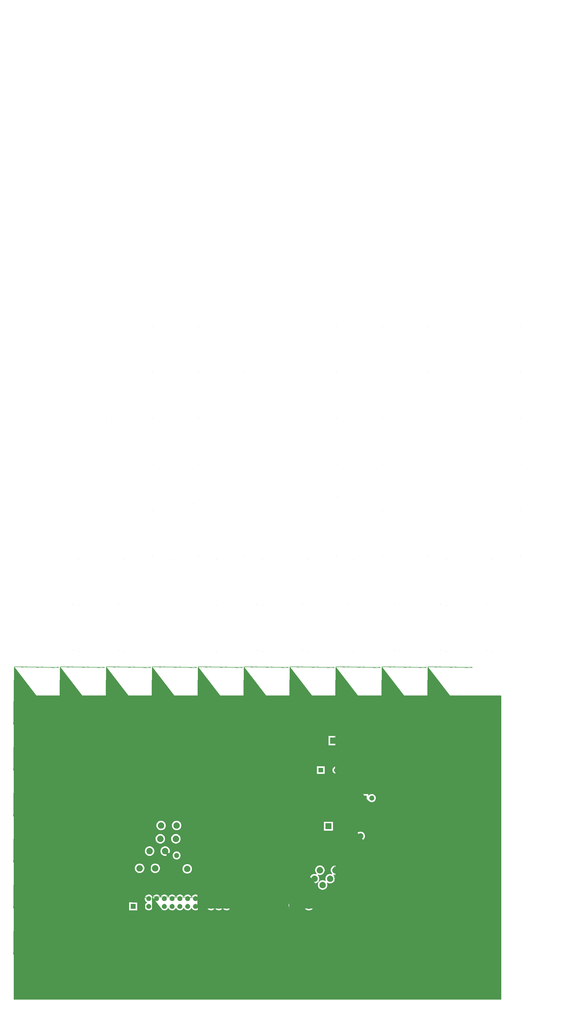
<source format=gbr>
%TF.GenerationSoftware,Flux,Pcbnew,9.0.6-9.0.6~ubuntu22.04.1*%
%TF.CreationDate,2026-02-18T22:19:37+00:00*%
%TF.ProjectId,input,696e7075-742e-46b6-9963-61645f706362,rev?*%
%TF.SameCoordinates,Original*%
%TF.FileFunction,Copper,L3,Inr*%
%TF.FilePolarity,Positive*%
%FSLAX46Y46*%
G04 Gerber Fmt 4.6, Leading zero omitted, Abs format (unit mm)*
G04 Filename: line-sorter*
G04 Build it with Flux! Visit our site at: https://www.flux.ai (PCBNEW 9.0.6-9.0.6~ubuntu22.04.1) date 2026-02-18 22:19:37*
%MOMM*%
%LPD*%
G01*
G04 APERTURE LIST*
G04 Aperture macros list*
%AMFreePoly0*
4,1,129,0.022069,0.299187,0.036723,0.297744,0.051289,0.295583,0.065730,0.292711,0.080014,0.289133,0.094105,0.284858,0.107969,0.279898,0.121572,0.274263,0.134883,0.267967,0.147869,0.261026,0.160499,0.253456,0.172742,0.245275,0.184569,0.236504,0.195952,0.227163,0.206862,0.217274,0.217274,0.206862,0.227163,0.195952,0.236504,0.184569,0.245275,0.172742,0.253456,0.160499,
0.261026,0.147869,0.267967,0.134883,0.274263,0.121572,0.279898,0.107969,0.284858,0.094105,0.289133,0.080014,0.292711,0.065730,0.295583,0.051289,0.297744,0.036723,0.299187,0.022069,0.299910,0.007362,0.299910,-0.007362,0.299187,-0.022069,0.297744,-0.036723,0.295583,-0.051289,0.292711,-0.065730,0.289133,-0.080014,0.284858,-0.094105,0.279898,-0.107969,0.274263,-0.121572,
0.267967,-0.134883,0.261026,-0.147869,0.253456,-0.160499,0.245275,-0.172742,0.236504,-0.184569,0.227163,-0.195952,0.217274,-0.206862,0.206862,-0.217274,0.195952,-0.227163,0.184569,-0.236504,0.172742,-0.245275,0.160499,-0.253456,0.147869,-0.261026,0.134883,-0.267967,0.121572,-0.274263,0.107969,-0.279898,0.094105,-0.284858,0.080014,-0.289133,0.065730,-0.292711,0.051289,-0.295583,
0.036723,-0.297744,0.022069,-0.299187,0.007362,-0.299910,-0.007362,-0.299910,-0.022069,-0.299187,-0.036723,-0.297744,-0.051289,-0.295583,-0.065730,-0.292711,-0.080014,-0.289133,-0.094105,-0.284858,-0.107969,-0.279898,-0.121572,-0.274263,-0.134883,-0.267967,-0.147869,-0.261026,-0.160499,-0.253456,-0.172742,-0.245275,-0.184569,-0.236504,-0.195952,-0.227163,-0.206862,-0.217274,-0.217274,-0.206862,
-0.227163,-0.195952,-0.236504,-0.184569,-0.245275,-0.172742,-0.253456,-0.160499,-0.261026,-0.147869,-0.267967,-0.134883,-0.274263,-0.121572,-0.279898,-0.107969,-0.284858,-0.094105,-0.289133,-0.080014,-0.292711,-0.065730,-0.295583,-0.051289,-0.297744,-0.036723,-0.299187,-0.022069,-0.299910,-0.007362,-0.299910,0.007362,-0.299187,0.022069,-0.297744,0.036723,-0.295583,0.051289,-0.292711,0.065730,
-0.289133,0.080014,-0.284858,0.094105,-0.279898,0.107969,-0.274263,0.121572,-0.267967,0.134883,-0.261026,0.147869,-0.253456,0.160499,-0.245275,0.172742,-0.236504,0.184569,-0.227163,0.195952,-0.217274,0.206862,-0.206862,0.217274,-0.195952,0.227163,-0.184569,0.236504,-0.172742,0.245275,-0.160499,0.253456,-0.147869,0.261026,-0.134883,0.267967,-0.121572,0.274263,-0.107969,0.279898,
-0.094105,0.284858,-0.080014,0.289133,-0.065730,0.292711,-0.051289,0.295583,-0.036723,0.297744,-0.022069,0.299187,-0.007362,0.299910,0.007362,0.299910,0.022069,0.299187,0.022069,0.299187,$1*%
%AMFreePoly1*
4,1,9,0.000462,0.000191,0.000462,-0.000191,0.000191,-0.000462,-0.000191,-0.000462,-0.000462,-0.000191,-0.000462,0.000191,-0.000191,0.000462,0.000191,0.000462,0.000462,0.000191,0.000462,0.000191,$1*%
G04 Aperture macros list end*
%TA.AperFunction,EtchedComponent*%
%ADD10C,0.000000*%
%TD*%
%TA.AperFunction,ComponentPad*%
%ADD11FreePoly0,0.000000*%
%TD*%
%TA.AperFunction,ComponentPad*%
%ADD12FreePoly1,0.000000*%
%TD*%
G04 APERTURE END LIST*
D10*
%TA.AperFunction,EtchedComponent*%
%TO.C,*%
G36*
X18628067Y-14608865D02*
G01*
X18729129Y-14628967D01*
X18827734Y-14658879D01*
X18922933Y-14698311D01*
X19013808Y-14746885D01*
X19099484Y-14804132D01*
X19179137Y-14869501D01*
X19251999Y-14942363D01*
X19317368Y-15022016D01*
X19374615Y-15107692D01*
X19423189Y-15198567D01*
X19462621Y-15293766D01*
X19492533Y-15392371D01*
X19512635Y-15493433D01*
X19522735Y-15595979D01*
X19522735Y-15699021D01*
X19512635Y-15801567D01*
X19492533Y-15902629D01*
X19462621Y-16001234D01*
X19423189Y-16096433D01*
X19374615Y-16187308D01*
X19317368Y-16272984D01*
X19251999Y-16352637D01*
X19179137Y-16425499D01*
X19099484Y-16490868D01*
X19013808Y-16548115D01*
X18922933Y-16596689D01*
X18827734Y-16636121D01*
X18729129Y-16666033D01*
X18628067Y-16686135D01*
X18525521Y-16696235D01*
X18422479Y-16696235D01*
X18319933Y-16686135D01*
X18218871Y-16666033D01*
X18120266Y-16636121D01*
X18025067Y-16596689D01*
X17934192Y-16548115D01*
X17848516Y-16490868D01*
X17768863Y-16425499D01*
X17696001Y-16352637D01*
X17630632Y-16272984D01*
X17573385Y-16187308D01*
X17524811Y-16096433D01*
X17485379Y-16001234D01*
X17455467Y-15902629D01*
X17435365Y-15801567D01*
X17425265Y-15699021D01*
X17425265Y-15595979D01*
X17435365Y-15493433D01*
X17455467Y-15392371D01*
X17485379Y-15293766D01*
X17524811Y-15198567D01*
X17573385Y-15107692D01*
X17630632Y-15022016D01*
X17696001Y-14942363D01*
X17768863Y-14869501D01*
X17848516Y-14804132D01*
X17934192Y-14746885D01*
X18025067Y-14698311D01*
X18120266Y-14658879D01*
X18218871Y-14628967D01*
X18319933Y-14608865D01*
X18422479Y-14598765D01*
X18525521Y-14598765D01*
X18628067Y-14608865D01*
G37*
%TD.AperFunction*%
%TA.AperFunction,EtchedComponent*%
G36*
X13548067Y-14608865D02*
G01*
X13649129Y-14628967D01*
X13747734Y-14658879D01*
X13842933Y-14698311D01*
X13933808Y-14746885D01*
X14019484Y-14804132D01*
X14099137Y-14869501D01*
X14171999Y-14942363D01*
X14237368Y-15022016D01*
X14294615Y-15107692D01*
X14343189Y-15198567D01*
X14382621Y-15293766D01*
X14412533Y-15392371D01*
X14432635Y-15493433D01*
X14442735Y-15595979D01*
X14442735Y-15699021D01*
X14432635Y-15801567D01*
X14412533Y-15902629D01*
X14382621Y-16001234D01*
X14343189Y-16096433D01*
X14294615Y-16187308D01*
X14237368Y-16272984D01*
X14171999Y-16352637D01*
X14099137Y-16425499D01*
X14019484Y-16490868D01*
X13933808Y-16548115D01*
X13842933Y-16596689D01*
X13747734Y-16636121D01*
X13649129Y-16666033D01*
X13548067Y-16686135D01*
X13445521Y-16696235D01*
X13342479Y-16696235D01*
X13239933Y-16686135D01*
X13138871Y-16666033D01*
X13040266Y-16636121D01*
X12945067Y-16596689D01*
X12854192Y-16548115D01*
X12768516Y-16490868D01*
X12688863Y-16425499D01*
X12616001Y-16352637D01*
X12550632Y-16272984D01*
X12493385Y-16187308D01*
X12444811Y-16096433D01*
X12405379Y-16001234D01*
X12375467Y-15902629D01*
X12355365Y-15801567D01*
X12345265Y-15699021D01*
X12345265Y-15595979D01*
X12355365Y-15493433D01*
X12375467Y-15392371D01*
X12405379Y-15293766D01*
X12444811Y-15198567D01*
X12493385Y-15107692D01*
X12550632Y-15022016D01*
X12616001Y-14942363D01*
X12688863Y-14869501D01*
X12768516Y-14804132D01*
X12854192Y-14746885D01*
X12945067Y-14698311D01*
X13040266Y-14658879D01*
X13138871Y-14628967D01*
X13239933Y-14608865D01*
X13342479Y-14598765D01*
X13445521Y-14598765D01*
X13548067Y-14608865D01*
G37*
%TD.AperFunction*%
%TA.AperFunction,EtchedComponent*%
G36*
X37432584Y16954041D02*
G01*
X37509584Y16938725D01*
X37584712Y16915935D01*
X37657244Y16885891D01*
X37726482Y16848883D01*
X37791759Y16805266D01*
X37852447Y16755461D01*
X37907961Y16699947D01*
X37957766Y16639259D01*
X38001383Y16573982D01*
X38038391Y16504744D01*
X38068435Y16432212D01*
X38091225Y16357084D01*
X38106541Y16280084D01*
X38114236Y16201954D01*
X38114236Y16123446D01*
X38106541Y16045316D01*
X38091225Y15968316D01*
X38068435Y15893188D01*
X38038391Y15820656D01*
X38001383Y15751418D01*
X37957766Y15686141D01*
X37907961Y15625453D01*
X37852447Y15569939D01*
X37791759Y15520134D01*
X37726482Y15476517D01*
X37657244Y15439509D01*
X37584712Y15409465D01*
X37509584Y15386675D01*
X37432584Y15371359D01*
X37354454Y15363664D01*
X37275946Y15363664D01*
X37197816Y15371359D01*
X37120816Y15386675D01*
X37045688Y15409465D01*
X36973156Y15439509D01*
X36903918Y15476517D01*
X36838641Y15520134D01*
X36777953Y15569939D01*
X36722439Y15625453D01*
X36672634Y15686141D01*
X36629017Y15751418D01*
X36592009Y15820656D01*
X36561965Y15893188D01*
X36539175Y15968316D01*
X36523859Y16045316D01*
X36516164Y16123446D01*
X36516164Y16201954D01*
X36523859Y16280084D01*
X36539175Y16357084D01*
X36561965Y16432212D01*
X36592009Y16504744D01*
X36629017Y16573982D01*
X36672634Y16639259D01*
X36722439Y16699947D01*
X36777953Y16755461D01*
X36838641Y16805266D01*
X36903918Y16848883D01*
X36973156Y16885891D01*
X37045688Y16915935D01*
X37120816Y16938725D01*
X37197816Y16954041D01*
X37275946Y16961736D01*
X37354454Y16961736D01*
X37432584Y16954041D01*
G37*
%TD.AperFunction*%
%TA.AperFunction,EtchedComponent*%
G36*
X35615200Y15362700D02*
G01*
X34015200Y15362700D01*
X34015200Y16962700D01*
X35615200Y16962700D01*
X35615200Y15362700D01*
G37*
%TD.AperFunction*%
%TA.AperFunction,EtchedComponent*%
G36*
X16914867Y-17931365D02*
G01*
X17015929Y-17951467D01*
X17114534Y-17981379D01*
X17209733Y-18020811D01*
X17300608Y-18069385D01*
X17386284Y-18126632D01*
X17465937Y-18192001D01*
X17538799Y-18264863D01*
X17604168Y-18344516D01*
X17661415Y-18430192D01*
X17709989Y-18521067D01*
X17749421Y-18616266D01*
X17779333Y-18714871D01*
X17799435Y-18815933D01*
X17809535Y-18918479D01*
X17809535Y-19021521D01*
X17799435Y-19124067D01*
X17779333Y-19225129D01*
X17749421Y-19323734D01*
X17709989Y-19418933D01*
X17661415Y-19509808D01*
X17604168Y-19595484D01*
X17538799Y-19675137D01*
X17465937Y-19747999D01*
X17386284Y-19813368D01*
X17300608Y-19870615D01*
X17209733Y-19919189D01*
X17114534Y-19958621D01*
X17015929Y-19988533D01*
X16914867Y-20008635D01*
X16812321Y-20018735D01*
X16709279Y-20018735D01*
X16606733Y-20008635D01*
X16505671Y-19988533D01*
X16407066Y-19958621D01*
X16311867Y-19919189D01*
X16220992Y-19870615D01*
X16135316Y-19813368D01*
X16055663Y-19747999D01*
X15982801Y-19675137D01*
X15917432Y-19595484D01*
X15860185Y-19509808D01*
X15811611Y-19418933D01*
X15772179Y-19323734D01*
X15742267Y-19225129D01*
X15722165Y-19124067D01*
X15712065Y-19021521D01*
X15712065Y-18918479D01*
X15722165Y-18815933D01*
X15742267Y-18714871D01*
X15772179Y-18616266D01*
X15811611Y-18521067D01*
X15860185Y-18430192D01*
X15917432Y-18344516D01*
X15982801Y-18264863D01*
X16055663Y-18192001D01*
X16135316Y-18126632D01*
X16220992Y-18069385D01*
X16311867Y-18020811D01*
X16407066Y-17981379D01*
X16505671Y-17951467D01*
X16606733Y-17931365D01*
X16709279Y-17921265D01*
X16812321Y-17921265D01*
X16914867Y-17931365D01*
G37*
%TD.AperFunction*%
%TA.AperFunction,EtchedComponent*%
G36*
X11834867Y-17931365D02*
G01*
X11935929Y-17951467D01*
X12034534Y-17981379D01*
X12129733Y-18020811D01*
X12220608Y-18069385D01*
X12306284Y-18126632D01*
X12385937Y-18192001D01*
X12458799Y-18264863D01*
X12524168Y-18344516D01*
X12581415Y-18430192D01*
X12629989Y-18521067D01*
X12669421Y-18616266D01*
X12699333Y-18714871D01*
X12719435Y-18815933D01*
X12729535Y-18918479D01*
X12729535Y-19021521D01*
X12719435Y-19124067D01*
X12699333Y-19225129D01*
X12669421Y-19323734D01*
X12629989Y-19418933D01*
X12581415Y-19509808D01*
X12524168Y-19595484D01*
X12458799Y-19675137D01*
X12385937Y-19747999D01*
X12306284Y-19813368D01*
X12220608Y-19870615D01*
X12129733Y-19919189D01*
X12034534Y-19958621D01*
X11935929Y-19988533D01*
X11834867Y-20008635D01*
X11732321Y-20018735D01*
X11629279Y-20018735D01*
X11526733Y-20008635D01*
X11425671Y-19988533D01*
X11327066Y-19958621D01*
X11231867Y-19919189D01*
X11140992Y-19870615D01*
X11055316Y-19813368D01*
X10975663Y-19747999D01*
X10902801Y-19675137D01*
X10837432Y-19595484D01*
X10780185Y-19509808D01*
X10731611Y-19418933D01*
X10692179Y-19323734D01*
X10662267Y-19225129D01*
X10642165Y-19124067D01*
X10632065Y-19021521D01*
X10632065Y-18918479D01*
X10642165Y-18815933D01*
X10662267Y-18714871D01*
X10692179Y-18616266D01*
X10731611Y-18521067D01*
X10780185Y-18430192D01*
X10837432Y-18344516D01*
X10902801Y-18264863D01*
X10975663Y-18192001D01*
X11055316Y-18126632D01*
X11140992Y-18069385D01*
X11231867Y-18020811D01*
X11327066Y-17981379D01*
X11425671Y-17951467D01*
X11526733Y-17931365D01*
X11629279Y-17921265D01*
X11732321Y-17921265D01*
X11834867Y-17931365D01*
G37*
%TD.AperFunction*%
%TA.AperFunction,EtchedComponent*%
G36*
X33755861Y4702191D02*
G01*
X33847539Y4683955D01*
X33936988Y4656821D01*
X34023346Y4621050D01*
X34105783Y4576987D01*
X34183504Y4525055D01*
X34255760Y4465756D01*
X34321856Y4399660D01*
X34381155Y4327404D01*
X34433087Y4249683D01*
X34477150Y4167246D01*
X34512921Y4080888D01*
X34540055Y3991439D01*
X34558291Y3899761D01*
X34567453Y3806737D01*
X34567453Y3713263D01*
X34558291Y3620239D01*
X34540055Y3528561D01*
X34512921Y3439112D01*
X34477150Y3352754D01*
X34433087Y3270317D01*
X34381155Y3192596D01*
X34321856Y3120340D01*
X34255760Y3054244D01*
X34183504Y2994945D01*
X34105783Y2943013D01*
X34023346Y2898950D01*
X33936988Y2863179D01*
X33847539Y2836045D01*
X33755861Y2817809D01*
X33662837Y2808647D01*
X33569363Y2808647D01*
X33476339Y2817809D01*
X33384661Y2836045D01*
X33295212Y2863179D01*
X33208854Y2898950D01*
X33126417Y2943013D01*
X33048696Y2994945D01*
X32976440Y3054244D01*
X32910344Y3120340D01*
X32851045Y3192596D01*
X32799113Y3270317D01*
X32755050Y3352754D01*
X32719279Y3439112D01*
X32692145Y3528561D01*
X32673909Y3620239D01*
X32664747Y3713263D01*
X32664747Y3806737D01*
X32673909Y3899761D01*
X32692145Y3991439D01*
X32719279Y4080888D01*
X32755050Y4167246D01*
X32799113Y4249683D01*
X32851045Y4327404D01*
X32910344Y4399660D01*
X32976440Y4465756D01*
X33048696Y4525055D01*
X33126417Y4576987D01*
X33208854Y4621050D01*
X33295212Y4656821D01*
X33384661Y4683955D01*
X33476339Y4702191D01*
X33569363Y4711353D01*
X33662837Y4711353D01*
X33755861Y4702191D01*
G37*
%TD.AperFunction*%
%TA.AperFunction,EtchedComponent*%
G36*
X57885861Y4702191D02*
G01*
X57977539Y4683955D01*
X58066988Y4656821D01*
X58153346Y4621050D01*
X58235783Y4576987D01*
X58313504Y4525055D01*
X58385760Y4465756D01*
X58451856Y4399660D01*
X58511155Y4327404D01*
X58563087Y4249683D01*
X58607150Y4167246D01*
X58642921Y4080888D01*
X58670055Y3991439D01*
X58688291Y3899761D01*
X58697453Y3806737D01*
X58697453Y3713263D01*
X58688291Y3620239D01*
X58670055Y3528561D01*
X58642921Y3439112D01*
X58607150Y3352754D01*
X58563087Y3270317D01*
X58511155Y3192596D01*
X58451856Y3120340D01*
X58385760Y3054244D01*
X58313504Y2994945D01*
X58235783Y2943013D01*
X58153346Y2898950D01*
X58066988Y2863179D01*
X57977539Y2836045D01*
X57885861Y2817809D01*
X57792837Y2808647D01*
X57699363Y2808647D01*
X57606339Y2817809D01*
X57514661Y2836045D01*
X57425212Y2863179D01*
X57338854Y2898950D01*
X57256417Y2943013D01*
X57178696Y2994945D01*
X57106440Y3054244D01*
X57040344Y3120340D01*
X56981045Y3192596D01*
X56929113Y3270317D01*
X56885050Y3352754D01*
X56849279Y3439112D01*
X56822145Y3528561D01*
X56803909Y3620239D01*
X56794747Y3713263D01*
X56794747Y3806737D01*
X56803909Y3899761D01*
X56822145Y3991439D01*
X56849279Y4080888D01*
X56885050Y4167246D01*
X56929113Y4249683D01*
X56981045Y4327404D01*
X57040344Y4399660D01*
X57106440Y4465756D01*
X57178696Y4525055D01*
X57256417Y4576987D01*
X57338854Y4621050D01*
X57425212Y4656821D01*
X57514661Y4683955D01*
X57606339Y4702191D01*
X57699363Y4711353D01*
X57792837Y4711353D01*
X57885861Y4702191D01*
G37*
%TD.AperFunction*%
%TA.AperFunction,EtchedComponent*%
G36*
X-25447033Y13494635D02*
G01*
X-25345971Y13474533D01*
X-25247366Y13444621D01*
X-25152167Y13405189D01*
X-25061292Y13356615D01*
X-24975616Y13299368D01*
X-24895963Y13233999D01*
X-24823101Y13161137D01*
X-24757732Y13081484D01*
X-24700485Y12995808D01*
X-24651911Y12904933D01*
X-24612479Y12809734D01*
X-24582567Y12711129D01*
X-24562465Y12610067D01*
X-24552365Y12507521D01*
X-24552365Y12404479D01*
X-24562465Y12301933D01*
X-24582567Y12200871D01*
X-24612479Y12102266D01*
X-24651911Y12007067D01*
X-24700485Y11916192D01*
X-24757732Y11830516D01*
X-24823101Y11750863D01*
X-24895963Y11678001D01*
X-24975616Y11612632D01*
X-25061292Y11555385D01*
X-25152167Y11506811D01*
X-25247366Y11467379D01*
X-25345971Y11437467D01*
X-25447033Y11417365D01*
X-25549579Y11407265D01*
X-25652621Y11407265D01*
X-25755167Y11417365D01*
X-25856229Y11437467D01*
X-25954834Y11467379D01*
X-26050033Y11506811D01*
X-26140908Y11555385D01*
X-26226584Y11612632D01*
X-26306237Y11678001D01*
X-26379099Y11750863D01*
X-26444468Y11830516D01*
X-26501715Y11916192D01*
X-26550289Y12007067D01*
X-26589721Y12102266D01*
X-26619633Y12200871D01*
X-26639735Y12301933D01*
X-26649835Y12404479D01*
X-26649835Y12507521D01*
X-26639735Y12610067D01*
X-26619633Y12711129D01*
X-26589721Y12809734D01*
X-26550289Y12904933D01*
X-26501715Y12995808D01*
X-26444468Y13081484D01*
X-26379099Y13161137D01*
X-26306237Y13233999D01*
X-26226584Y13299368D01*
X-26140908Y13356615D01*
X-26050033Y13405189D01*
X-25954834Y13444621D01*
X-25856229Y13474533D01*
X-25755167Y13494635D01*
X-25652621Y13504735D01*
X-25549579Y13504735D01*
X-25447033Y13494635D01*
G37*
%TD.AperFunction*%
%TA.AperFunction,EtchedComponent*%
G36*
X-30527033Y13494635D02*
G01*
X-30425971Y13474533D01*
X-30327366Y13444621D01*
X-30232167Y13405189D01*
X-30141292Y13356615D01*
X-30055616Y13299368D01*
X-29975963Y13233999D01*
X-29903101Y13161137D01*
X-29837732Y13081484D01*
X-29780485Y12995808D01*
X-29731911Y12904933D01*
X-29692479Y12809734D01*
X-29662567Y12711129D01*
X-29642465Y12610067D01*
X-29632365Y12507521D01*
X-29632365Y12404479D01*
X-29642465Y12301933D01*
X-29662567Y12200871D01*
X-29692479Y12102266D01*
X-29731911Y12007067D01*
X-29780485Y11916192D01*
X-29837732Y11830516D01*
X-29903101Y11750863D01*
X-29975963Y11678001D01*
X-30055616Y11612632D01*
X-30141292Y11555385D01*
X-30232167Y11506811D01*
X-30327366Y11467379D01*
X-30425971Y11437467D01*
X-30527033Y11417365D01*
X-30629579Y11407265D01*
X-30732621Y11407265D01*
X-30835167Y11417365D01*
X-30936229Y11437467D01*
X-31034834Y11467379D01*
X-31130033Y11506811D01*
X-31220908Y11555385D01*
X-31306584Y11612632D01*
X-31386237Y11678001D01*
X-31459099Y11750863D01*
X-31524468Y11830516D01*
X-31581715Y11916192D01*
X-31630289Y12007067D01*
X-31669721Y12102266D01*
X-31699633Y12200871D01*
X-31719735Y12301933D01*
X-31729835Y12404479D01*
X-31729835Y12507521D01*
X-31719735Y12610067D01*
X-31699633Y12711129D01*
X-31669721Y12809734D01*
X-31630289Y12904933D01*
X-31581715Y12995808D01*
X-31524468Y13081484D01*
X-31459099Y13161137D01*
X-31386237Y13233999D01*
X-31306584Y13299368D01*
X-31220908Y13356615D01*
X-31130033Y13405189D01*
X-31034834Y13444621D01*
X-30936229Y13474533D01*
X-30835167Y13494635D01*
X-30732621Y13504735D01*
X-30629579Y13504735D01*
X-30527033Y13494635D01*
G37*
%TD.AperFunction*%
%TA.AperFunction,EtchedComponent*%
G36*
X21405067Y-11163965D02*
G01*
X21506129Y-11184067D01*
X21604734Y-11213979D01*
X21699933Y-11253411D01*
X21790808Y-11301985D01*
X21876484Y-11359232D01*
X21956137Y-11424601D01*
X22028999Y-11497463D01*
X22094368Y-11577116D01*
X22151615Y-11662792D01*
X22200189Y-11753667D01*
X22239621Y-11848866D01*
X22269533Y-11947471D01*
X22289635Y-12048533D01*
X22299735Y-12151079D01*
X22299735Y-12254121D01*
X22289635Y-12356667D01*
X22269533Y-12457729D01*
X22239621Y-12556334D01*
X22200189Y-12651533D01*
X22151615Y-12742408D01*
X22094368Y-12828084D01*
X22028999Y-12907737D01*
X21956137Y-12980599D01*
X21876484Y-13045968D01*
X21790808Y-13103215D01*
X21699933Y-13151789D01*
X21604734Y-13191221D01*
X21506129Y-13221133D01*
X21405067Y-13241235D01*
X21302521Y-13251335D01*
X21199479Y-13251335D01*
X21096933Y-13241235D01*
X20995871Y-13221133D01*
X20897266Y-13191221D01*
X20802067Y-13151789D01*
X20711192Y-13103215D01*
X20625516Y-13045968D01*
X20545863Y-12980599D01*
X20473001Y-12907737D01*
X20407632Y-12828084D01*
X20350385Y-12742408D01*
X20301811Y-12651533D01*
X20262379Y-12556334D01*
X20232467Y-12457729D01*
X20212365Y-12356667D01*
X20202265Y-12254121D01*
X20202265Y-12151079D01*
X20212365Y-12048533D01*
X20232467Y-11947471D01*
X20262379Y-11848866D01*
X20301811Y-11753667D01*
X20350385Y-11662792D01*
X20407632Y-11577116D01*
X20473001Y-11497463D01*
X20545863Y-11424601D01*
X20625516Y-11359232D01*
X20711192Y-11301985D01*
X20802067Y-11253411D01*
X20897266Y-11213979D01*
X20995871Y-11184067D01*
X21096933Y-11163965D01*
X21199479Y-11153865D01*
X21302521Y-11153865D01*
X21405067Y-11163965D01*
G37*
%TD.AperFunction*%
%TA.AperFunction,EtchedComponent*%
G36*
X16325067Y-11163965D02*
G01*
X16426129Y-11184067D01*
X16524734Y-11213979D01*
X16619933Y-11253411D01*
X16710808Y-11301985D01*
X16796484Y-11359232D01*
X16876137Y-11424601D01*
X16948999Y-11497463D01*
X17014368Y-11577116D01*
X17071615Y-11662792D01*
X17120189Y-11753667D01*
X17159621Y-11848866D01*
X17189533Y-11947471D01*
X17209635Y-12048533D01*
X17219735Y-12151079D01*
X17219735Y-12254121D01*
X17209635Y-12356667D01*
X17189533Y-12457729D01*
X17159621Y-12556334D01*
X17120189Y-12651533D01*
X17071615Y-12742408D01*
X17014368Y-12828084D01*
X16948999Y-12907737D01*
X16876137Y-12980599D01*
X16796484Y-13045968D01*
X16710808Y-13103215D01*
X16619933Y-13151789D01*
X16524734Y-13191221D01*
X16426129Y-13221133D01*
X16325067Y-13241235D01*
X16222521Y-13251335D01*
X16119479Y-13251335D01*
X16016933Y-13241235D01*
X15915871Y-13221133D01*
X15817266Y-13191221D01*
X15722067Y-13151789D01*
X15631192Y-13103215D01*
X15545516Y-13045968D01*
X15465863Y-12980599D01*
X15393001Y-12907737D01*
X15327632Y-12828084D01*
X15270385Y-12742408D01*
X15221811Y-12651533D01*
X15182379Y-12556334D01*
X15152467Y-12457729D01*
X15132365Y-12356667D01*
X15122265Y-12254121D01*
X15122265Y-12151079D01*
X15132365Y-12048533D01*
X15152467Y-11947471D01*
X15182379Y-11848866D01*
X15221811Y-11753667D01*
X15270385Y-11662792D01*
X15327632Y-11577116D01*
X15393001Y-11497463D01*
X15465863Y-11424601D01*
X15545516Y-11359232D01*
X15631192Y-11301985D01*
X15722067Y-11253411D01*
X15817266Y-11213979D01*
X15915871Y-11184067D01*
X16016933Y-11163965D01*
X16119479Y-11153865D01*
X16222521Y-11153865D01*
X16325067Y-11163965D01*
G37*
%TD.AperFunction*%
%TA.AperFunction,EtchedComponent*%
G36*
X27318761Y35893391D02*
G01*
X27410439Y35875155D01*
X27499888Y35848021D01*
X27586246Y35812250D01*
X27668683Y35768187D01*
X27746404Y35716255D01*
X27818660Y35656956D01*
X27884756Y35590860D01*
X27944055Y35518604D01*
X27995987Y35440883D01*
X28040050Y35358446D01*
X28075821Y35272088D01*
X28102955Y35182639D01*
X28121191Y35090961D01*
X28130353Y34997937D01*
X28130353Y34809463D01*
X28121191Y34716439D01*
X28102955Y34624761D01*
X28075821Y34535312D01*
X28040050Y34448954D01*
X27995987Y34366517D01*
X27944055Y34288796D01*
X27884756Y34216540D01*
X27818660Y34150444D01*
X27746404Y34091145D01*
X27668683Y34039213D01*
X27586246Y33995150D01*
X27499888Y33959379D01*
X27410439Y33932245D01*
X27318761Y33914009D01*
X27225737Y33904847D01*
X27132263Y33904847D01*
X27039239Y33914009D01*
X26947561Y33932245D01*
X26858112Y33959379D01*
X26771754Y33995150D01*
X26689317Y34039213D01*
X26611596Y34091145D01*
X26539340Y34150444D01*
X26473244Y34216540D01*
X26413945Y34288796D01*
X26362013Y34366517D01*
X26317950Y34448954D01*
X26282179Y34535312D01*
X26255045Y34624761D01*
X26236809Y34716439D01*
X26227647Y34809463D01*
X26227647Y34902937D01*
X26227647Y34997937D01*
X26236809Y35090961D01*
X26255045Y35182639D01*
X26282179Y35272088D01*
X26317950Y35358446D01*
X26362013Y35440883D01*
X26413945Y35518604D01*
X26473244Y35590860D01*
X26539340Y35656956D01*
X26611596Y35716255D01*
X26689317Y35768187D01*
X26771754Y35812250D01*
X26858112Y35848021D01*
X26947561Y35875155D01*
X27039239Y35893391D01*
X27132263Y35902553D01*
X27225737Y35902553D01*
X27318761Y35893391D01*
G37*
%TD.AperFunction*%
%TA.AperFunction,EtchedComponent*%
G36*
X25592000Y33903700D02*
G01*
X23687000Y33903700D01*
X23687000Y35903700D01*
X25592000Y35903700D01*
X25592000Y33903700D01*
G37*
%TD.AperFunction*%
%TA.AperFunction,EtchedComponent*%
G36*
X29858761Y35893391D02*
G01*
X29950439Y35875155D01*
X30039888Y35848021D01*
X30126246Y35812250D01*
X30208683Y35768187D01*
X30286404Y35716255D01*
X30358660Y35656956D01*
X30424756Y35590860D01*
X30484055Y35518604D01*
X30535987Y35440883D01*
X30580050Y35358446D01*
X30615821Y35272088D01*
X30642955Y35182639D01*
X30661191Y35090961D01*
X30670353Y34997937D01*
X30670353Y34809463D01*
X30661191Y34716439D01*
X30642955Y34624761D01*
X30615821Y34535312D01*
X30580050Y34448954D01*
X30535987Y34366517D01*
X30484055Y34288796D01*
X30424756Y34216540D01*
X30358660Y34150444D01*
X30286404Y34091145D01*
X30208683Y34039213D01*
X30126246Y33995150D01*
X30039888Y33959379D01*
X29950439Y33932245D01*
X29858761Y33914009D01*
X29765737Y33904847D01*
X29672263Y33904847D01*
X29579239Y33914009D01*
X29487561Y33932245D01*
X29398112Y33959379D01*
X29311754Y33995150D01*
X29229317Y34039213D01*
X29151596Y34091145D01*
X29079340Y34150444D01*
X29013244Y34216540D01*
X28953945Y34288796D01*
X28902013Y34366517D01*
X28857950Y34448954D01*
X28822179Y34535312D01*
X28795045Y34624761D01*
X28776809Y34716439D01*
X28767647Y34809463D01*
X28767647Y34902937D01*
X28767647Y34997937D01*
X28776809Y35090961D01*
X28795045Y35182639D01*
X28822179Y35272088D01*
X28857950Y35358446D01*
X28902013Y35440883D01*
X28953945Y35518604D01*
X29013244Y35590860D01*
X29079340Y35656956D01*
X29151596Y35716255D01*
X29229317Y35768187D01*
X29311754Y35812250D01*
X29398112Y35848021D01*
X29487561Y35875155D01*
X29579239Y35893391D01*
X29672263Y35902553D01*
X29765737Y35902553D01*
X29858761Y35893391D01*
G37*
%TD.AperFunction*%
%TA.AperFunction,EtchedComponent*%
G36*
X25594967Y-6338665D02*
G01*
X25696029Y-6358767D01*
X25794634Y-6388679D01*
X25889833Y-6428111D01*
X25980708Y-6476685D01*
X26066384Y-6533932D01*
X26146037Y-6599301D01*
X26218899Y-6672163D01*
X26284268Y-6751816D01*
X26341515Y-6837492D01*
X26390089Y-6928367D01*
X26429521Y-7023566D01*
X26459433Y-7122171D01*
X26479535Y-7223233D01*
X26489635Y-7325779D01*
X26489635Y-7428821D01*
X26479535Y-7531367D01*
X26459433Y-7632429D01*
X26429521Y-7731034D01*
X26390089Y-7826233D01*
X26341515Y-7917108D01*
X26284268Y-8002784D01*
X26218899Y-8082437D01*
X26146037Y-8155299D01*
X26066384Y-8220668D01*
X25980708Y-8277915D01*
X25889833Y-8326489D01*
X25794634Y-8365921D01*
X25696029Y-8395833D01*
X25594967Y-8415935D01*
X25492421Y-8426035D01*
X25389379Y-8426035D01*
X25286833Y-8415935D01*
X25185771Y-8395833D01*
X25087166Y-8365921D01*
X24991967Y-8326489D01*
X24901092Y-8277915D01*
X24815416Y-8220668D01*
X24735763Y-8155299D01*
X24662901Y-8082437D01*
X24597532Y-8002784D01*
X24540285Y-7917108D01*
X24491711Y-7826233D01*
X24452279Y-7731034D01*
X24422367Y-7632429D01*
X24402265Y-7531367D01*
X24392165Y-7428821D01*
X24392165Y-7325779D01*
X24402265Y-7223233D01*
X24422367Y-7122171D01*
X24452279Y-7023566D01*
X24491711Y-6928367D01*
X24540285Y-6837492D01*
X24597532Y-6751816D01*
X24662901Y-6672163D01*
X24735763Y-6599301D01*
X24815416Y-6533932D01*
X24901092Y-6476685D01*
X24991967Y-6428111D01*
X25087166Y-6388679D01*
X25185771Y-6358767D01*
X25286833Y-6338665D01*
X25389379Y-6328565D01*
X25492421Y-6328565D01*
X25594967Y-6338665D01*
G37*
%TD.AperFunction*%
%TA.AperFunction,EtchedComponent*%
G36*
X20514967Y-6338665D02*
G01*
X20616029Y-6358767D01*
X20714634Y-6388679D01*
X20809833Y-6428111D01*
X20900708Y-6476685D01*
X20986384Y-6533932D01*
X21066037Y-6599301D01*
X21138899Y-6672163D01*
X21204268Y-6751816D01*
X21261515Y-6837492D01*
X21310089Y-6928367D01*
X21349521Y-7023566D01*
X21379433Y-7122171D01*
X21399535Y-7223233D01*
X21409635Y-7325779D01*
X21409635Y-7428821D01*
X21399535Y-7531367D01*
X21379433Y-7632429D01*
X21349521Y-7731034D01*
X21310089Y-7826233D01*
X21261515Y-7917108D01*
X21204268Y-8002784D01*
X21138899Y-8082437D01*
X21066037Y-8155299D01*
X20986384Y-8220668D01*
X20900708Y-8277915D01*
X20809833Y-8326489D01*
X20714634Y-8365921D01*
X20616029Y-8395833D01*
X20514967Y-8415935D01*
X20412421Y-8426035D01*
X20309379Y-8426035D01*
X20206833Y-8415935D01*
X20105771Y-8395833D01*
X20007166Y-8365921D01*
X19911967Y-8326489D01*
X19821092Y-8277915D01*
X19735416Y-8220668D01*
X19655763Y-8155299D01*
X19582901Y-8082437D01*
X19517532Y-8002784D01*
X19460285Y-7917108D01*
X19411711Y-7826233D01*
X19372279Y-7731034D01*
X19342367Y-7632429D01*
X19322265Y-7531367D01*
X19312165Y-7428821D01*
X19312165Y-7325779D01*
X19322265Y-7223233D01*
X19342367Y-7122171D01*
X19372279Y-7023566D01*
X19411711Y-6928367D01*
X19460285Y-6837492D01*
X19517532Y-6751816D01*
X19582901Y-6672163D01*
X19655763Y-6599301D01*
X19735416Y-6533932D01*
X19821092Y-6476685D01*
X19911967Y-6428111D01*
X20007166Y-6388679D01*
X20105771Y-6358767D01*
X20206833Y-6338665D01*
X20309379Y-6328565D01*
X20412421Y-6328565D01*
X20514967Y-6338665D01*
G37*
%TD.AperFunction*%
%TA.AperFunction,EtchedComponent*%
G36*
X-26496833Y3897535D02*
G01*
X-26395771Y3877433D01*
X-26297166Y3847521D01*
X-26201967Y3808089D01*
X-26111092Y3759515D01*
X-26025416Y3702268D01*
X-25945763Y3636899D01*
X-25872901Y3564037D01*
X-25807532Y3484384D01*
X-25750285Y3398708D01*
X-25701711Y3307833D01*
X-25662279Y3212634D01*
X-25632367Y3114029D01*
X-25612265Y3012967D01*
X-25602165Y2910421D01*
X-25602165Y2807379D01*
X-25612265Y2704833D01*
X-25632367Y2603771D01*
X-25662279Y2505166D01*
X-25701711Y2409967D01*
X-25750285Y2319092D01*
X-25807532Y2233416D01*
X-25872901Y2153763D01*
X-25945763Y2080901D01*
X-26025416Y2015532D01*
X-26111092Y1958285D01*
X-26201967Y1909711D01*
X-26297166Y1870279D01*
X-26395771Y1840367D01*
X-26496833Y1820265D01*
X-26599379Y1810165D01*
X-26702421Y1810165D01*
X-26804967Y1820265D01*
X-26906029Y1840367D01*
X-27004634Y1870279D01*
X-27099833Y1909711D01*
X-27190708Y1958285D01*
X-27276384Y2015532D01*
X-27356037Y2080901D01*
X-27428899Y2153763D01*
X-27494268Y2233416D01*
X-27551515Y2319092D01*
X-27600089Y2409967D01*
X-27639521Y2505166D01*
X-27669433Y2603771D01*
X-27689535Y2704833D01*
X-27699635Y2807379D01*
X-27699635Y2910421D01*
X-27689535Y3012967D01*
X-27669433Y3114029D01*
X-27639521Y3212634D01*
X-27600089Y3307833D01*
X-27551515Y3398708D01*
X-27494268Y3484384D01*
X-27428899Y3564037D01*
X-27356037Y3636899D01*
X-27276384Y3702268D01*
X-27190708Y3759515D01*
X-27099833Y3808089D01*
X-27004634Y3847521D01*
X-26906029Y3877433D01*
X-26804967Y3897535D01*
X-26702421Y3907635D01*
X-26599379Y3907635D01*
X-26496833Y3897535D01*
G37*
%TD.AperFunction*%
%TA.AperFunction,EtchedComponent*%
G36*
X-31576833Y3897535D02*
G01*
X-31475771Y3877433D01*
X-31377166Y3847521D01*
X-31281967Y3808089D01*
X-31191092Y3759515D01*
X-31105416Y3702268D01*
X-31025763Y3636899D01*
X-30952901Y3564037D01*
X-30887532Y3484384D01*
X-30830285Y3398708D01*
X-30781711Y3307833D01*
X-30742279Y3212634D01*
X-30712367Y3114029D01*
X-30692265Y3012967D01*
X-30682165Y2910421D01*
X-30682165Y2807379D01*
X-30692265Y2704833D01*
X-30712367Y2603771D01*
X-30742279Y2505166D01*
X-30781711Y2409967D01*
X-30830285Y2319092D01*
X-30887532Y2233416D01*
X-30952901Y2153763D01*
X-31025763Y2080901D01*
X-31105416Y2015532D01*
X-31191092Y1958285D01*
X-31281967Y1909711D01*
X-31377166Y1870279D01*
X-31475771Y1840367D01*
X-31576833Y1820265D01*
X-31679379Y1810165D01*
X-31782421Y1810165D01*
X-31884967Y1820265D01*
X-31986029Y1840367D01*
X-32084634Y1870279D01*
X-32179833Y1909711D01*
X-32270708Y1958285D01*
X-32356384Y2015532D01*
X-32436037Y2080901D01*
X-32508899Y2153763D01*
X-32574268Y2233416D01*
X-32631515Y2319092D01*
X-32680089Y2409967D01*
X-32719521Y2505166D01*
X-32749433Y2603771D01*
X-32769535Y2704833D01*
X-32779635Y2807379D01*
X-32779635Y2910421D01*
X-32769535Y3012967D01*
X-32749433Y3114029D01*
X-32719521Y3212634D01*
X-32680089Y3307833D01*
X-32631515Y3398708D01*
X-32574268Y3484384D01*
X-32508899Y3564037D01*
X-32436037Y3636899D01*
X-32356384Y3702268D01*
X-32270708Y3759515D01*
X-32179833Y3808089D01*
X-32084634Y3847521D01*
X-31986029Y3877433D01*
X-31884967Y3897535D01*
X-31782421Y3907635D01*
X-31679379Y3907635D01*
X-31576833Y3897535D01*
G37*
%TD.AperFunction*%
%TA.AperFunction,EtchedComponent*%
G36*
X24139900Y5990300D02*
G01*
X22189900Y5990300D01*
X22189900Y7940300D01*
X24139900Y7940300D01*
X24139900Y5990300D01*
G37*
%TD.AperFunction*%
%TA.AperFunction,EtchedComponent*%
G36*
X28307962Y7929747D02*
G01*
X28401806Y7911080D01*
X28493368Y7883305D01*
X28581766Y7846690D01*
X28666150Y7801585D01*
X28745707Y7748427D01*
X28819670Y7687727D01*
X28887327Y7620070D01*
X28948027Y7546107D01*
X29001185Y7466550D01*
X29046290Y7382166D01*
X29082905Y7293768D01*
X29110680Y7202206D01*
X29129347Y7108362D01*
X29138726Y7013141D01*
X29138726Y6917459D01*
X29129347Y6822238D01*
X29110680Y6728394D01*
X29082905Y6636832D01*
X29046290Y6548434D01*
X29001185Y6464050D01*
X28948027Y6384493D01*
X28887327Y6310530D01*
X28819670Y6242873D01*
X28745707Y6182173D01*
X28666150Y6129015D01*
X28581766Y6083910D01*
X28493368Y6047295D01*
X28401806Y6019520D01*
X28307962Y6000853D01*
X28212741Y5991474D01*
X28117059Y5991474D01*
X28021838Y6000853D01*
X27927994Y6019520D01*
X27836432Y6047295D01*
X27748034Y6083910D01*
X27663650Y6129015D01*
X27584093Y6182173D01*
X27510130Y6242873D01*
X27442473Y6310530D01*
X27381773Y6384493D01*
X27328615Y6464050D01*
X27283510Y6548434D01*
X27246895Y6636832D01*
X27219120Y6728394D01*
X27200453Y6822238D01*
X27191074Y6917459D01*
X27191074Y7013141D01*
X27200453Y7108362D01*
X27219120Y7202206D01*
X27246895Y7293768D01*
X27283510Y7382166D01*
X27328615Y7466550D01*
X27381773Y7546107D01*
X27442473Y7620070D01*
X27510130Y7687727D01*
X27584093Y7748427D01*
X27663650Y7801585D01*
X27748034Y7846690D01*
X27836432Y7883305D01*
X27927994Y7911080D01*
X28021838Y7929747D01*
X28117059Y7939126D01*
X28212741Y7939126D01*
X28307962Y7929747D01*
G37*
%TD.AperFunction*%
%TA.AperFunction,EtchedComponent*%
G36*
X-33257833Y-5702765D02*
G01*
X-33156771Y-5722867D01*
X-33058166Y-5752779D01*
X-32962967Y-5792211D01*
X-32872092Y-5840785D01*
X-32786416Y-5898032D01*
X-32706763Y-5963401D01*
X-32633901Y-6036263D01*
X-32568532Y-6115916D01*
X-32511285Y-6201592D01*
X-32462711Y-6292467D01*
X-32423279Y-6387666D01*
X-32393367Y-6486271D01*
X-32373265Y-6587333D01*
X-32363165Y-6689879D01*
X-32363165Y-6792921D01*
X-32373265Y-6895467D01*
X-32393367Y-6996529D01*
X-32423279Y-7095134D01*
X-32462711Y-7190333D01*
X-32511285Y-7281208D01*
X-32568532Y-7366884D01*
X-32633901Y-7446537D01*
X-32706763Y-7519399D01*
X-32786416Y-7584768D01*
X-32872092Y-7642015D01*
X-32962967Y-7690589D01*
X-33058166Y-7730021D01*
X-33156771Y-7759933D01*
X-33257833Y-7780035D01*
X-33360379Y-7790135D01*
X-33463421Y-7790135D01*
X-33565967Y-7780035D01*
X-33667029Y-7759933D01*
X-33765634Y-7730021D01*
X-33860833Y-7690589D01*
X-33951708Y-7642015D01*
X-34037384Y-7584768D01*
X-34117037Y-7519399D01*
X-34189899Y-7446537D01*
X-34255268Y-7366884D01*
X-34312515Y-7281208D01*
X-34361089Y-7190333D01*
X-34400521Y-7095134D01*
X-34430433Y-6996529D01*
X-34450535Y-6895467D01*
X-34460635Y-6792921D01*
X-34460635Y-6689879D01*
X-34450535Y-6587333D01*
X-34430433Y-6486271D01*
X-34400521Y-6387666D01*
X-34361089Y-6292467D01*
X-34312515Y-6201592D01*
X-34255268Y-6115916D01*
X-34189899Y-6036263D01*
X-34117037Y-5963401D01*
X-34037384Y-5898032D01*
X-33951708Y-5840785D01*
X-33860833Y-5792211D01*
X-33765634Y-5752779D01*
X-33667029Y-5722867D01*
X-33565967Y-5702765D01*
X-33463421Y-5692665D01*
X-33360379Y-5692665D01*
X-33257833Y-5702765D01*
G37*
%TD.AperFunction*%
%TA.AperFunction,EtchedComponent*%
G36*
X-38337833Y-5702765D02*
G01*
X-38236771Y-5722867D01*
X-38138166Y-5752779D01*
X-38042967Y-5792211D01*
X-37952092Y-5840785D01*
X-37866416Y-5898032D01*
X-37786763Y-5963401D01*
X-37713901Y-6036263D01*
X-37648532Y-6115916D01*
X-37591285Y-6201592D01*
X-37542711Y-6292467D01*
X-37503279Y-6387666D01*
X-37473367Y-6486271D01*
X-37453265Y-6587333D01*
X-37443165Y-6689879D01*
X-37443165Y-6792921D01*
X-37453265Y-6895467D01*
X-37473367Y-6996529D01*
X-37503279Y-7095134D01*
X-37542711Y-7190333D01*
X-37591285Y-7281208D01*
X-37648532Y-7366884D01*
X-37713901Y-7446537D01*
X-37786763Y-7519399D01*
X-37866416Y-7584768D01*
X-37952092Y-7642015D01*
X-38042967Y-7690589D01*
X-38138166Y-7730021D01*
X-38236771Y-7759933D01*
X-38337833Y-7780035D01*
X-38440379Y-7790135D01*
X-38543421Y-7790135D01*
X-38645967Y-7780035D01*
X-38747029Y-7759933D01*
X-38845634Y-7730021D01*
X-38940833Y-7690589D01*
X-39031708Y-7642015D01*
X-39117384Y-7584768D01*
X-39197037Y-7519399D01*
X-39269899Y-7446537D01*
X-39335268Y-7366884D01*
X-39392515Y-7281208D01*
X-39441089Y-7190333D01*
X-39480521Y-7095134D01*
X-39510433Y-6996529D01*
X-39530535Y-6895467D01*
X-39540635Y-6792921D01*
X-39540635Y-6689879D01*
X-39530535Y-6587333D01*
X-39510433Y-6486271D01*
X-39480521Y-6387666D01*
X-39441089Y-6292467D01*
X-39392515Y-6201592D01*
X-39335268Y-6115916D01*
X-39269899Y-6036263D01*
X-39197037Y-5963401D01*
X-39117384Y-5898032D01*
X-39031708Y-5840785D01*
X-38940833Y-5792211D01*
X-38845634Y-5752779D01*
X-38747029Y-5722867D01*
X-38645967Y-5702765D01*
X-38543421Y-5692665D01*
X-38440379Y-5692665D01*
X-38337833Y-5702765D01*
G37*
%TD.AperFunction*%
%TA.AperFunction,EtchedComponent*%
G36*
X-26301916Y-1767759D02*
G01*
X-26224916Y-1783075D01*
X-26149788Y-1805865D01*
X-26077256Y-1835909D01*
X-26008018Y-1872917D01*
X-25942741Y-1916534D01*
X-25882053Y-1966339D01*
X-25826539Y-2021853D01*
X-25776734Y-2082541D01*
X-25733117Y-2147818D01*
X-25696109Y-2217056D01*
X-25666065Y-2289588D01*
X-25643275Y-2364716D01*
X-25627959Y-2441716D01*
X-25620264Y-2519846D01*
X-25620264Y-2598354D01*
X-25627959Y-2676484D01*
X-25643275Y-2753484D01*
X-25666065Y-2828612D01*
X-25696109Y-2901144D01*
X-25733117Y-2970382D01*
X-25776734Y-3035659D01*
X-25826539Y-3096347D01*
X-25882053Y-3151861D01*
X-25942741Y-3201666D01*
X-26008018Y-3245283D01*
X-26077256Y-3282291D01*
X-26149788Y-3312335D01*
X-26224916Y-3335125D01*
X-26301916Y-3350441D01*
X-26380046Y-3358136D01*
X-26458554Y-3358136D01*
X-26536684Y-3350441D01*
X-26613684Y-3335125D01*
X-26688812Y-3312335D01*
X-26761344Y-3282291D01*
X-26830582Y-3245283D01*
X-26895859Y-3201666D01*
X-26956547Y-3151861D01*
X-27012061Y-3096347D01*
X-27061866Y-3035659D01*
X-27105483Y-2970382D01*
X-27142491Y-2901144D01*
X-27172535Y-2828612D01*
X-27195325Y-2753484D01*
X-27210641Y-2676484D01*
X-27218336Y-2598354D01*
X-27218336Y-2519846D01*
X-27210641Y-2441716D01*
X-27195325Y-2364716D01*
X-27172535Y-2289588D01*
X-27142491Y-2217056D01*
X-27105483Y-2147818D01*
X-27061866Y-2082541D01*
X-27012061Y-2021853D01*
X-26956547Y-1966339D01*
X-26895859Y-1916534D01*
X-26830582Y-1872917D01*
X-26761344Y-1835909D01*
X-26688812Y-1805865D01*
X-26613684Y-1783075D01*
X-26536684Y-1767759D01*
X-26458554Y-1760064D01*
X-26380046Y-1760064D01*
X-26301916Y-1767759D01*
G37*
%TD.AperFunction*%
%TA.AperFunction,EtchedComponent*%
G36*
X-28119300Y-3359100D02*
G01*
X-29719300Y-3359100D01*
X-29719300Y-1759100D01*
X-28119300Y-1759100D01*
X-28119300Y-3359100D01*
G37*
%TD.AperFunction*%
%TA.AperFunction,EtchedComponent*%
G36*
X-35392316Y-15846959D02*
G01*
X-35315316Y-15862275D01*
X-35240188Y-15885065D01*
X-35167656Y-15915109D01*
X-35098418Y-15952117D01*
X-35033141Y-15995734D01*
X-34972453Y-16045539D01*
X-34916939Y-16101053D01*
X-34867134Y-16161741D01*
X-34823517Y-16227018D01*
X-34786509Y-16296256D01*
X-34756465Y-16368788D01*
X-34733675Y-16443916D01*
X-34718359Y-16520916D01*
X-34710664Y-16599046D01*
X-34710664Y-16677554D01*
X-34718359Y-16755684D01*
X-34733675Y-16832684D01*
X-34756465Y-16907812D01*
X-34786509Y-16980344D01*
X-34823517Y-17049582D01*
X-34867134Y-17114859D01*
X-34916939Y-17175547D01*
X-34972453Y-17231061D01*
X-35033141Y-17280866D01*
X-35098418Y-17324483D01*
X-35167656Y-17361491D01*
X-35240188Y-17391535D01*
X-35315316Y-17414325D01*
X-35392316Y-17429641D01*
X-35470446Y-17437336D01*
X-35548954Y-17437336D01*
X-35627084Y-17429641D01*
X-35704084Y-17414325D01*
X-35779212Y-17391535D01*
X-35851744Y-17361491D01*
X-35920982Y-17324483D01*
X-35986259Y-17280866D01*
X-36046947Y-17231061D01*
X-36102461Y-17175547D01*
X-36152266Y-17114859D01*
X-36195883Y-17049582D01*
X-36232891Y-16980344D01*
X-36262935Y-16907812D01*
X-36285725Y-16832684D01*
X-36301041Y-16755684D01*
X-36308736Y-16677554D01*
X-36308736Y-16599046D01*
X-36301041Y-16520916D01*
X-36285725Y-16443916D01*
X-36262935Y-16368788D01*
X-36232891Y-16296256D01*
X-36195883Y-16227018D01*
X-36152266Y-16161741D01*
X-36102461Y-16101053D01*
X-36046947Y-16045539D01*
X-35986259Y-15995734D01*
X-35920982Y-15952117D01*
X-35851744Y-15915109D01*
X-35779212Y-15885065D01*
X-35704084Y-15862275D01*
X-35627084Y-15846959D01*
X-35548954Y-15839264D01*
X-35470446Y-15839264D01*
X-35392316Y-15846959D01*
G37*
%TD.AperFunction*%
%TA.AperFunction,EtchedComponent*%
G36*
X-27772316Y-18386959D02*
G01*
X-27695316Y-18402275D01*
X-27620188Y-18425065D01*
X-27547656Y-18455109D01*
X-27478418Y-18492117D01*
X-27413141Y-18535734D01*
X-27352453Y-18585539D01*
X-27296939Y-18641053D01*
X-27247134Y-18701741D01*
X-27203517Y-18767018D01*
X-27166509Y-18836256D01*
X-27136465Y-18908788D01*
X-27113675Y-18983916D01*
X-27098359Y-19060916D01*
X-27090664Y-19139046D01*
X-27090664Y-19217554D01*
X-27098359Y-19295684D01*
X-27113675Y-19372684D01*
X-27136465Y-19447812D01*
X-27166509Y-19520344D01*
X-27203517Y-19589582D01*
X-27247134Y-19654859D01*
X-27296939Y-19715547D01*
X-27352453Y-19771061D01*
X-27413141Y-19820866D01*
X-27478418Y-19864483D01*
X-27547656Y-19901491D01*
X-27620188Y-19931535D01*
X-27695316Y-19954325D01*
X-27772316Y-19969641D01*
X-27850446Y-19977336D01*
X-27928954Y-19977336D01*
X-28007084Y-19969641D01*
X-28084084Y-19954325D01*
X-28159212Y-19931535D01*
X-28231744Y-19901491D01*
X-28300982Y-19864483D01*
X-28366259Y-19820866D01*
X-28426947Y-19771061D01*
X-28482461Y-19715547D01*
X-28532266Y-19654859D01*
X-28575883Y-19589582D01*
X-28612891Y-19520344D01*
X-28642935Y-19447812D01*
X-28665725Y-19372684D01*
X-28681041Y-19295684D01*
X-28688736Y-19217554D01*
X-28688736Y-19139046D01*
X-28681041Y-19060916D01*
X-28665725Y-18983916D01*
X-28642935Y-18908788D01*
X-28612891Y-18836256D01*
X-28575883Y-18767018D01*
X-28532266Y-18701741D01*
X-28482461Y-18641053D01*
X-28426947Y-18585539D01*
X-28366259Y-18535734D01*
X-28300982Y-18492117D01*
X-28231744Y-18455109D01*
X-28159212Y-18425065D01*
X-28084084Y-18402275D01*
X-28007084Y-18386959D01*
X-27928954Y-18379264D01*
X-27850446Y-18379264D01*
X-27772316Y-18386959D01*
G37*
%TD.AperFunction*%
%TA.AperFunction,EtchedComponent*%
G36*
X-22692316Y-18386959D02*
G01*
X-22615316Y-18402275D01*
X-22540188Y-18425065D01*
X-22467656Y-18455109D01*
X-22398418Y-18492117D01*
X-22333141Y-18535734D01*
X-22272453Y-18585539D01*
X-22216939Y-18641053D01*
X-22167134Y-18701741D01*
X-22123517Y-18767018D01*
X-22086509Y-18836256D01*
X-22056465Y-18908788D01*
X-22033675Y-18983916D01*
X-22018359Y-19060916D01*
X-22010664Y-19139046D01*
X-22010664Y-19217554D01*
X-22018359Y-19295684D01*
X-22033675Y-19372684D01*
X-22056465Y-19447812D01*
X-22086509Y-19520344D01*
X-22123517Y-19589582D01*
X-22167134Y-19654859D01*
X-22216939Y-19715547D01*
X-22272453Y-19771061D01*
X-22333141Y-19820866D01*
X-22398418Y-19864483D01*
X-22467656Y-19901491D01*
X-22540188Y-19931535D01*
X-22615316Y-19954325D01*
X-22692316Y-19969641D01*
X-22770446Y-19977336D01*
X-22848954Y-19977336D01*
X-22927084Y-19969641D01*
X-23004084Y-19954325D01*
X-23079212Y-19931535D01*
X-23151744Y-19901491D01*
X-23220982Y-19864483D01*
X-23286259Y-19820866D01*
X-23346947Y-19771061D01*
X-23402461Y-19715547D01*
X-23452266Y-19654859D01*
X-23495883Y-19589582D01*
X-23532891Y-19520344D01*
X-23562935Y-19447812D01*
X-23585725Y-19372684D01*
X-23601041Y-19295684D01*
X-23608736Y-19217554D01*
X-23608736Y-19139046D01*
X-23601041Y-19060916D01*
X-23585725Y-18983916D01*
X-23562935Y-18908788D01*
X-23532891Y-18836256D01*
X-23495883Y-18767018D01*
X-23452266Y-18701741D01*
X-23402461Y-18641053D01*
X-23346947Y-18585539D01*
X-23286259Y-18535734D01*
X-23220982Y-18492117D01*
X-23151744Y-18455109D01*
X-23079212Y-18425065D01*
X-23004084Y-18402275D01*
X-22927084Y-18386959D01*
X-22848954Y-18379264D01*
X-22770446Y-18379264D01*
X-22692316Y-18386959D01*
G37*
%TD.AperFunction*%
%TA.AperFunction,EtchedComponent*%
G36*
X-12532316Y-18386959D02*
G01*
X-12455316Y-18402275D01*
X-12380188Y-18425065D01*
X-12307656Y-18455109D01*
X-12238418Y-18492117D01*
X-12173141Y-18535734D01*
X-12112453Y-18585539D01*
X-12056939Y-18641053D01*
X-12007134Y-18701741D01*
X-11963517Y-18767018D01*
X-11926509Y-18836256D01*
X-11896465Y-18908788D01*
X-11873675Y-18983916D01*
X-11858359Y-19060916D01*
X-11850664Y-19139046D01*
X-11850664Y-19217554D01*
X-11858359Y-19295684D01*
X-11873675Y-19372684D01*
X-11896465Y-19447812D01*
X-11926509Y-19520344D01*
X-11963517Y-19589582D01*
X-12007134Y-19654859D01*
X-12056939Y-19715547D01*
X-12112453Y-19771061D01*
X-12173141Y-19820866D01*
X-12238418Y-19864483D01*
X-12307656Y-19901491D01*
X-12380188Y-19931535D01*
X-12455316Y-19954325D01*
X-12532316Y-19969641D01*
X-12610446Y-19977336D01*
X-12688954Y-19977336D01*
X-12767084Y-19969641D01*
X-12844084Y-19954325D01*
X-12919212Y-19931535D01*
X-12991744Y-19901491D01*
X-13060982Y-19864483D01*
X-13126259Y-19820866D01*
X-13186947Y-19771061D01*
X-13242461Y-19715547D01*
X-13292266Y-19654859D01*
X-13335883Y-19589582D01*
X-13372891Y-19520344D01*
X-13402935Y-19447812D01*
X-13425725Y-19372684D01*
X-13441041Y-19295684D01*
X-13448736Y-19217554D01*
X-13448736Y-19139046D01*
X-13441041Y-19060916D01*
X-13425725Y-18983916D01*
X-13402935Y-18908788D01*
X-13372891Y-18836256D01*
X-13335883Y-18767018D01*
X-13292266Y-18701741D01*
X-13242461Y-18641053D01*
X-13186947Y-18585539D01*
X-13126259Y-18535734D01*
X-13060982Y-18492117D01*
X-12991744Y-18455109D01*
X-12919212Y-18425065D01*
X-12844084Y-18402275D01*
X-12767084Y-18386959D01*
X-12688954Y-18379264D01*
X-12610446Y-18379264D01*
X-12532316Y-18386959D01*
G37*
%TD.AperFunction*%
%TA.AperFunction,EtchedComponent*%
G36*
X-37932316Y-15846959D02*
G01*
X-37855316Y-15862275D01*
X-37780188Y-15885065D01*
X-37707656Y-15915109D01*
X-37638418Y-15952117D01*
X-37573141Y-15995734D01*
X-37512453Y-16045539D01*
X-37456939Y-16101053D01*
X-37407134Y-16161741D01*
X-37363517Y-16227018D01*
X-37326509Y-16296256D01*
X-37296465Y-16368788D01*
X-37273675Y-16443916D01*
X-37258359Y-16520916D01*
X-37250664Y-16599046D01*
X-37250664Y-16677554D01*
X-37258359Y-16755684D01*
X-37273675Y-16832684D01*
X-37296465Y-16907812D01*
X-37326509Y-16980344D01*
X-37363517Y-17049582D01*
X-37407134Y-17114859D01*
X-37456939Y-17175547D01*
X-37512453Y-17231061D01*
X-37573141Y-17280866D01*
X-37638418Y-17324483D01*
X-37707656Y-17361491D01*
X-37780188Y-17391535D01*
X-37855316Y-17414325D01*
X-37932316Y-17429641D01*
X-38010446Y-17437336D01*
X-38088954Y-17437336D01*
X-38167084Y-17429641D01*
X-38244084Y-17414325D01*
X-38319212Y-17391535D01*
X-38391744Y-17361491D01*
X-38460982Y-17324483D01*
X-38526259Y-17280866D01*
X-38586947Y-17231061D01*
X-38642461Y-17175547D01*
X-38692266Y-17114859D01*
X-38735883Y-17049582D01*
X-38772891Y-16980344D01*
X-38802935Y-16907812D01*
X-38825725Y-16832684D01*
X-38841041Y-16755684D01*
X-38848736Y-16677554D01*
X-38848736Y-16599046D01*
X-38841041Y-16520916D01*
X-38825725Y-16443916D01*
X-38802935Y-16368788D01*
X-38772891Y-16296256D01*
X-38735883Y-16227018D01*
X-38692266Y-16161741D01*
X-38642461Y-16101053D01*
X-38586947Y-16045539D01*
X-38526259Y-15995734D01*
X-38460982Y-15952117D01*
X-38391744Y-15915109D01*
X-38319212Y-15885065D01*
X-38244084Y-15862275D01*
X-38167084Y-15846959D01*
X-38088954Y-15839264D01*
X-38010446Y-15839264D01*
X-37932316Y-15846959D01*
G37*
%TD.AperFunction*%
%TA.AperFunction,EtchedComponent*%
G36*
X-37932316Y-18386959D02*
G01*
X-37855316Y-18402275D01*
X-37780188Y-18425065D01*
X-37707656Y-18455109D01*
X-37638418Y-18492117D01*
X-37573141Y-18535734D01*
X-37512453Y-18585539D01*
X-37456939Y-18641053D01*
X-37407134Y-18701741D01*
X-37363517Y-18767018D01*
X-37326509Y-18836256D01*
X-37296465Y-18908788D01*
X-37273675Y-18983916D01*
X-37258359Y-19060916D01*
X-37250664Y-19139046D01*
X-37250664Y-19217554D01*
X-37258359Y-19295684D01*
X-37273675Y-19372684D01*
X-37296465Y-19447812D01*
X-37326509Y-19520344D01*
X-37363517Y-19589582D01*
X-37407134Y-19654859D01*
X-37456939Y-19715547D01*
X-37512453Y-19771061D01*
X-37573141Y-19820866D01*
X-37638418Y-19864483D01*
X-37707656Y-19901491D01*
X-37780188Y-19931535D01*
X-37855316Y-19954325D01*
X-37932316Y-19969641D01*
X-38010446Y-19977336D01*
X-38088954Y-19977336D01*
X-38167084Y-19969641D01*
X-38244084Y-19954325D01*
X-38319212Y-19931535D01*
X-38391744Y-19901491D01*
X-38460982Y-19864483D01*
X-38526259Y-19820866D01*
X-38586947Y-19771061D01*
X-38642461Y-19715547D01*
X-38692266Y-19654859D01*
X-38735883Y-19589582D01*
X-38772891Y-19520344D01*
X-38802935Y-19447812D01*
X-38825725Y-19372684D01*
X-38841041Y-19295684D01*
X-38848736Y-19217554D01*
X-38848736Y-19139046D01*
X-38841041Y-19060916D01*
X-38825725Y-18983916D01*
X-38802935Y-18908788D01*
X-38772891Y-18836256D01*
X-38735883Y-18767018D01*
X-38692266Y-18701741D01*
X-38642461Y-18641053D01*
X-38586947Y-18585539D01*
X-38526259Y-18535734D01*
X-38460982Y-18492117D01*
X-38391744Y-18455109D01*
X-38319212Y-18425065D01*
X-38244084Y-18402275D01*
X-38167084Y-18386959D01*
X-38088954Y-18379264D01*
X-38010446Y-18379264D01*
X-37932316Y-18386959D01*
G37*
%TD.AperFunction*%
%TA.AperFunction,EtchedComponent*%
G36*
X-12532316Y-15846959D02*
G01*
X-12455316Y-15862275D01*
X-12380188Y-15885065D01*
X-12307656Y-15915109D01*
X-12238418Y-15952117D01*
X-12173141Y-15995734D01*
X-12112453Y-16045539D01*
X-12056939Y-16101053D01*
X-12007134Y-16161741D01*
X-11963517Y-16227018D01*
X-11926509Y-16296256D01*
X-11896465Y-16368788D01*
X-11873675Y-16443916D01*
X-11858359Y-16520916D01*
X-11850664Y-16599046D01*
X-11850664Y-16677554D01*
X-11858359Y-16755684D01*
X-11873675Y-16832684D01*
X-11896465Y-16907812D01*
X-11926509Y-16980344D01*
X-11963517Y-17049582D01*
X-12007134Y-17114859D01*
X-12056939Y-17175547D01*
X-12112453Y-17231061D01*
X-12173141Y-17280866D01*
X-12238418Y-17324483D01*
X-12307656Y-17361491D01*
X-12380188Y-17391535D01*
X-12455316Y-17414325D01*
X-12532316Y-17429641D01*
X-12610446Y-17437336D01*
X-12688954Y-17437336D01*
X-12767084Y-17429641D01*
X-12844084Y-17414325D01*
X-12919212Y-17391535D01*
X-12991744Y-17361491D01*
X-13060982Y-17324483D01*
X-13126259Y-17280866D01*
X-13186947Y-17231061D01*
X-13242461Y-17175547D01*
X-13292266Y-17114859D01*
X-13335883Y-17049582D01*
X-13372891Y-16980344D01*
X-13402935Y-16907812D01*
X-13425725Y-16832684D01*
X-13441041Y-16755684D01*
X-13448736Y-16677554D01*
X-13448736Y-16599046D01*
X-13441041Y-16520916D01*
X-13425725Y-16443916D01*
X-13402935Y-16368788D01*
X-13372891Y-16296256D01*
X-13335883Y-16227018D01*
X-13292266Y-16161741D01*
X-13242461Y-16101053D01*
X-13186947Y-16045539D01*
X-13126259Y-15995734D01*
X-13060982Y-15952117D01*
X-12991744Y-15915109D01*
X-12919212Y-15885065D01*
X-12844084Y-15862275D01*
X-12767084Y-15846959D01*
X-12688954Y-15839264D01*
X-12610446Y-15839264D01*
X-12532316Y-15846959D01*
G37*
%TD.AperFunction*%
%TA.AperFunction,EtchedComponent*%
G36*
X-30312316Y-15846959D02*
G01*
X-30235316Y-15862275D01*
X-30160188Y-15885065D01*
X-30087656Y-15915109D01*
X-30018418Y-15952117D01*
X-29953141Y-15995734D01*
X-29892453Y-16045539D01*
X-29836939Y-16101053D01*
X-29787134Y-16161741D01*
X-29743517Y-16227018D01*
X-29706509Y-16296256D01*
X-29676465Y-16368788D01*
X-29653675Y-16443916D01*
X-29638359Y-16520916D01*
X-29630664Y-16599046D01*
X-29630664Y-16677554D01*
X-29638359Y-16755684D01*
X-29653675Y-16832684D01*
X-29676465Y-16907812D01*
X-29706509Y-16980344D01*
X-29743517Y-17049582D01*
X-29787134Y-17114859D01*
X-29836939Y-17175547D01*
X-29892453Y-17231061D01*
X-29953141Y-17280866D01*
X-30018418Y-17324483D01*
X-30087656Y-17361491D01*
X-30160188Y-17391535D01*
X-30235316Y-17414325D01*
X-30312316Y-17429641D01*
X-30390446Y-17437336D01*
X-30468954Y-17437336D01*
X-30547084Y-17429641D01*
X-30624084Y-17414325D01*
X-30699212Y-17391535D01*
X-30771744Y-17361491D01*
X-30840982Y-17324483D01*
X-30906259Y-17280866D01*
X-30966947Y-17231061D01*
X-31022461Y-17175547D01*
X-31072266Y-17114859D01*
X-31115883Y-17049582D01*
X-31152891Y-16980344D01*
X-31182935Y-16907812D01*
X-31205725Y-16832684D01*
X-31221041Y-16755684D01*
X-31228736Y-16677554D01*
X-31228736Y-16599046D01*
X-31221041Y-16520916D01*
X-31205725Y-16443916D01*
X-31182935Y-16368788D01*
X-31152891Y-16296256D01*
X-31115883Y-16227018D01*
X-31072266Y-16161741D01*
X-31022461Y-16101053D01*
X-30966947Y-16045539D01*
X-30906259Y-15995734D01*
X-30840982Y-15952117D01*
X-30771744Y-15915109D01*
X-30699212Y-15885065D01*
X-30624084Y-15862275D01*
X-30547084Y-15846959D01*
X-30468954Y-15839264D01*
X-30390446Y-15839264D01*
X-30312316Y-15846959D01*
G37*
%TD.AperFunction*%
%TA.AperFunction,EtchedComponent*%
G36*
X-15072316Y-15846959D02*
G01*
X-14995316Y-15862275D01*
X-14920188Y-15885065D01*
X-14847656Y-15915109D01*
X-14778418Y-15952117D01*
X-14713141Y-15995734D01*
X-14652453Y-16045539D01*
X-14596939Y-16101053D01*
X-14547134Y-16161741D01*
X-14503517Y-16227018D01*
X-14466509Y-16296256D01*
X-14436465Y-16368788D01*
X-14413675Y-16443916D01*
X-14398359Y-16520916D01*
X-14390664Y-16599046D01*
X-14390664Y-16677554D01*
X-14398359Y-16755684D01*
X-14413675Y-16832684D01*
X-14436465Y-16907812D01*
X-14466509Y-16980344D01*
X-14503517Y-17049582D01*
X-14547134Y-17114859D01*
X-14596939Y-17175547D01*
X-14652453Y-17231061D01*
X-14713141Y-17280866D01*
X-14778418Y-17324483D01*
X-14847656Y-17361491D01*
X-14920188Y-17391535D01*
X-14995316Y-17414325D01*
X-15072316Y-17429641D01*
X-15150446Y-17437336D01*
X-15228954Y-17437336D01*
X-15307084Y-17429641D01*
X-15384084Y-17414325D01*
X-15459212Y-17391535D01*
X-15531744Y-17361491D01*
X-15600982Y-17324483D01*
X-15666259Y-17280866D01*
X-15726947Y-17231061D01*
X-15782461Y-17175547D01*
X-15832266Y-17114859D01*
X-15875883Y-17049582D01*
X-15912891Y-16980344D01*
X-15942935Y-16907812D01*
X-15965725Y-16832684D01*
X-15981041Y-16755684D01*
X-15988736Y-16677554D01*
X-15988736Y-16599046D01*
X-15981041Y-16520916D01*
X-15965725Y-16443916D01*
X-15942935Y-16368788D01*
X-15912891Y-16296256D01*
X-15875883Y-16227018D01*
X-15832266Y-16161741D01*
X-15782461Y-16101053D01*
X-15726947Y-16045539D01*
X-15666259Y-15995734D01*
X-15600982Y-15952117D01*
X-15531744Y-15915109D01*
X-15459212Y-15885065D01*
X-15384084Y-15862275D01*
X-15307084Y-15846959D01*
X-15228954Y-15839264D01*
X-15150446Y-15839264D01*
X-15072316Y-15846959D01*
G37*
%TD.AperFunction*%
%TA.AperFunction,EtchedComponent*%
G36*
X-25232316Y-18386959D02*
G01*
X-25155316Y-18402275D01*
X-25080188Y-18425065D01*
X-25007656Y-18455109D01*
X-24938418Y-18492117D01*
X-24873141Y-18535734D01*
X-24812453Y-18585539D01*
X-24756939Y-18641053D01*
X-24707134Y-18701741D01*
X-24663517Y-18767018D01*
X-24626509Y-18836256D01*
X-24596465Y-18908788D01*
X-24573675Y-18983916D01*
X-24558359Y-19060916D01*
X-24550664Y-19139046D01*
X-24550664Y-19217554D01*
X-24558359Y-19295684D01*
X-24573675Y-19372684D01*
X-24596465Y-19447812D01*
X-24626509Y-19520344D01*
X-24663517Y-19589582D01*
X-24707134Y-19654859D01*
X-24756939Y-19715547D01*
X-24812453Y-19771061D01*
X-24873141Y-19820866D01*
X-24938418Y-19864483D01*
X-25007656Y-19901491D01*
X-25080188Y-19931535D01*
X-25155316Y-19954325D01*
X-25232316Y-19969641D01*
X-25310446Y-19977336D01*
X-25388954Y-19977336D01*
X-25467084Y-19969641D01*
X-25544084Y-19954325D01*
X-25619212Y-19931535D01*
X-25691744Y-19901491D01*
X-25760982Y-19864483D01*
X-25826259Y-19820866D01*
X-25886947Y-19771061D01*
X-25942461Y-19715547D01*
X-25992266Y-19654859D01*
X-26035883Y-19589582D01*
X-26072891Y-19520344D01*
X-26102935Y-19447812D01*
X-26125725Y-19372684D01*
X-26141041Y-19295684D01*
X-26148736Y-19217554D01*
X-26148736Y-19139046D01*
X-26141041Y-19060916D01*
X-26125725Y-18983916D01*
X-26102935Y-18908788D01*
X-26072891Y-18836256D01*
X-26035883Y-18767018D01*
X-25992266Y-18701741D01*
X-25942461Y-18641053D01*
X-25886947Y-18585539D01*
X-25826259Y-18535734D01*
X-25760982Y-18492117D01*
X-25691744Y-18455109D01*
X-25619212Y-18425065D01*
X-25544084Y-18402275D01*
X-25467084Y-18386959D01*
X-25388954Y-18379264D01*
X-25310446Y-18379264D01*
X-25232316Y-18386959D01*
G37*
%TD.AperFunction*%
%TA.AperFunction,EtchedComponent*%
G36*
X-32852316Y-18386959D02*
G01*
X-32775316Y-18402275D01*
X-32700188Y-18425065D01*
X-32627656Y-18455109D01*
X-32558418Y-18492117D01*
X-32493141Y-18535734D01*
X-32432453Y-18585539D01*
X-32376939Y-18641053D01*
X-32327134Y-18701741D01*
X-32283517Y-18767018D01*
X-32246509Y-18836256D01*
X-32216465Y-18908788D01*
X-32193675Y-18983916D01*
X-32178359Y-19060916D01*
X-32170664Y-19139046D01*
X-32170664Y-19217554D01*
X-32178359Y-19295684D01*
X-32193675Y-19372684D01*
X-32216465Y-19447812D01*
X-32246509Y-19520344D01*
X-32283517Y-19589582D01*
X-32327134Y-19654859D01*
X-32376939Y-19715547D01*
X-32432453Y-19771061D01*
X-32493141Y-19820866D01*
X-32558418Y-19864483D01*
X-32627656Y-19901491D01*
X-32700188Y-19931535D01*
X-32775316Y-19954325D01*
X-32852316Y-19969641D01*
X-32930446Y-19977336D01*
X-33008954Y-19977336D01*
X-33087084Y-19969641D01*
X-33164084Y-19954325D01*
X-33239212Y-19931535D01*
X-33311744Y-19901491D01*
X-33380982Y-19864483D01*
X-33446259Y-19820866D01*
X-33506947Y-19771061D01*
X-33562461Y-19715547D01*
X-33612266Y-19654859D01*
X-33655883Y-19589582D01*
X-33692891Y-19520344D01*
X-33722935Y-19447812D01*
X-33745725Y-19372684D01*
X-33761041Y-19295684D01*
X-33768736Y-19217554D01*
X-33768736Y-19139046D01*
X-33761041Y-19060916D01*
X-33745725Y-18983916D01*
X-33722935Y-18908788D01*
X-33692891Y-18836256D01*
X-33655883Y-18767018D01*
X-33612266Y-18701741D01*
X-33562461Y-18641053D01*
X-33506947Y-18585539D01*
X-33446259Y-18535734D01*
X-33380982Y-18492117D01*
X-33311744Y-18455109D01*
X-33239212Y-18425065D01*
X-33164084Y-18402275D01*
X-33087084Y-18386959D01*
X-33008954Y-18379264D01*
X-32930446Y-18379264D01*
X-32852316Y-18386959D01*
G37*
%TD.AperFunction*%
%TA.AperFunction,EtchedComponent*%
G36*
X-32852316Y-15846959D02*
G01*
X-32775316Y-15862275D01*
X-32700188Y-15885065D01*
X-32627656Y-15915109D01*
X-32558418Y-15952117D01*
X-32493141Y-15995734D01*
X-32432453Y-16045539D01*
X-32376939Y-16101053D01*
X-32327134Y-16161741D01*
X-32283517Y-16227018D01*
X-32246509Y-16296256D01*
X-32216465Y-16368788D01*
X-32193675Y-16443916D01*
X-32178359Y-16520916D01*
X-32170664Y-16599046D01*
X-32170664Y-16677554D01*
X-32178359Y-16755684D01*
X-32193675Y-16832684D01*
X-32216465Y-16907812D01*
X-32246509Y-16980344D01*
X-32283517Y-17049582D01*
X-32327134Y-17114859D01*
X-32376939Y-17175547D01*
X-32432453Y-17231061D01*
X-32493141Y-17280866D01*
X-32558418Y-17324483D01*
X-32627656Y-17361491D01*
X-32700188Y-17391535D01*
X-32775316Y-17414325D01*
X-32852316Y-17429641D01*
X-32930446Y-17437336D01*
X-33008954Y-17437336D01*
X-33087084Y-17429641D01*
X-33164084Y-17414325D01*
X-33239212Y-17391535D01*
X-33311744Y-17361491D01*
X-33380982Y-17324483D01*
X-33446259Y-17280866D01*
X-33506947Y-17231061D01*
X-33562461Y-17175547D01*
X-33612266Y-17114859D01*
X-33655883Y-17049582D01*
X-33692891Y-16980344D01*
X-33722935Y-16907812D01*
X-33745725Y-16832684D01*
X-33761041Y-16755684D01*
X-33768736Y-16677554D01*
X-33768736Y-16599046D01*
X-33761041Y-16520916D01*
X-33745725Y-16443916D01*
X-33722935Y-16368788D01*
X-33692891Y-16296256D01*
X-33655883Y-16227018D01*
X-33612266Y-16161741D01*
X-33562461Y-16101053D01*
X-33506947Y-16045539D01*
X-33446259Y-15995734D01*
X-33380982Y-15952117D01*
X-33311744Y-15915109D01*
X-33239212Y-15885065D01*
X-33164084Y-15862275D01*
X-33087084Y-15846959D01*
X-33008954Y-15839264D01*
X-32930446Y-15839264D01*
X-32852316Y-15846959D01*
G37*
%TD.AperFunction*%
%TA.AperFunction,EtchedComponent*%
G36*
X-30312316Y-18386959D02*
G01*
X-30235316Y-18402275D01*
X-30160188Y-18425065D01*
X-30087656Y-18455109D01*
X-30018418Y-18492117D01*
X-29953141Y-18535734D01*
X-29892453Y-18585539D01*
X-29836939Y-18641053D01*
X-29787134Y-18701741D01*
X-29743517Y-18767018D01*
X-29706509Y-18836256D01*
X-29676465Y-18908788D01*
X-29653675Y-18983916D01*
X-29638359Y-19060916D01*
X-29630664Y-19139046D01*
X-29630664Y-19217554D01*
X-29638359Y-19295684D01*
X-29653675Y-19372684D01*
X-29676465Y-19447812D01*
X-29706509Y-19520344D01*
X-29743517Y-19589582D01*
X-29787134Y-19654859D01*
X-29836939Y-19715547D01*
X-29892453Y-19771061D01*
X-29953141Y-19820866D01*
X-30018418Y-19864483D01*
X-30087656Y-19901491D01*
X-30160188Y-19931535D01*
X-30235316Y-19954325D01*
X-30312316Y-19969641D01*
X-30390446Y-19977336D01*
X-30468954Y-19977336D01*
X-30547084Y-19969641D01*
X-30624084Y-19954325D01*
X-30699212Y-19931535D01*
X-30771744Y-19901491D01*
X-30840982Y-19864483D01*
X-30906259Y-19820866D01*
X-30966947Y-19771061D01*
X-31022461Y-19715547D01*
X-31072266Y-19654859D01*
X-31115883Y-19589582D01*
X-31152891Y-19520344D01*
X-31182935Y-19447812D01*
X-31205725Y-19372684D01*
X-31221041Y-19295684D01*
X-31228736Y-19217554D01*
X-31228736Y-19139046D01*
X-31221041Y-19060916D01*
X-31205725Y-18983916D01*
X-31182935Y-18908788D01*
X-31152891Y-18836256D01*
X-31115883Y-18767018D01*
X-31072266Y-18701741D01*
X-31022461Y-18641053D01*
X-30966947Y-18585539D01*
X-30906259Y-18535734D01*
X-30840982Y-18492117D01*
X-30771744Y-18455109D01*
X-30699212Y-18425065D01*
X-30624084Y-18402275D01*
X-30547084Y-18386959D01*
X-30468954Y-18379264D01*
X-30390446Y-18379264D01*
X-30312316Y-18386959D01*
G37*
%TD.AperFunction*%
%TA.AperFunction,EtchedComponent*%
G36*
X-39789700Y-19978300D02*
G01*
X-41389700Y-19978300D01*
X-41389700Y-18378300D01*
X-39789700Y-18378300D01*
X-39789700Y-19978300D01*
G37*
%TD.AperFunction*%
%TA.AperFunction,EtchedComponent*%
G36*
X-22692316Y-15846959D02*
G01*
X-22615316Y-15862275D01*
X-22540188Y-15885065D01*
X-22467656Y-15915109D01*
X-22398418Y-15952117D01*
X-22333141Y-15995734D01*
X-22272453Y-16045539D01*
X-22216939Y-16101053D01*
X-22167134Y-16161741D01*
X-22123517Y-16227018D01*
X-22086509Y-16296256D01*
X-22056465Y-16368788D01*
X-22033675Y-16443916D01*
X-22018359Y-16520916D01*
X-22010664Y-16599046D01*
X-22010664Y-16677554D01*
X-22018359Y-16755684D01*
X-22033675Y-16832684D01*
X-22056465Y-16907812D01*
X-22086509Y-16980344D01*
X-22123517Y-17049582D01*
X-22167134Y-17114859D01*
X-22216939Y-17175547D01*
X-22272453Y-17231061D01*
X-22333141Y-17280866D01*
X-22398418Y-17324483D01*
X-22467656Y-17361491D01*
X-22540188Y-17391535D01*
X-22615316Y-17414325D01*
X-22692316Y-17429641D01*
X-22770446Y-17437336D01*
X-22848954Y-17437336D01*
X-22927084Y-17429641D01*
X-23004084Y-17414325D01*
X-23079212Y-17391535D01*
X-23151744Y-17361491D01*
X-23220982Y-17324483D01*
X-23286259Y-17280866D01*
X-23346947Y-17231061D01*
X-23402461Y-17175547D01*
X-23452266Y-17114859D01*
X-23495883Y-17049582D01*
X-23532891Y-16980344D01*
X-23562935Y-16907812D01*
X-23585725Y-16832684D01*
X-23601041Y-16755684D01*
X-23608736Y-16677554D01*
X-23608736Y-16599046D01*
X-23601041Y-16520916D01*
X-23585725Y-16443916D01*
X-23562935Y-16368788D01*
X-23532891Y-16296256D01*
X-23495883Y-16227018D01*
X-23452266Y-16161741D01*
X-23402461Y-16101053D01*
X-23346947Y-16045539D01*
X-23286259Y-15995734D01*
X-23220982Y-15952117D01*
X-23151744Y-15915109D01*
X-23079212Y-15885065D01*
X-23004084Y-15862275D01*
X-22927084Y-15846959D01*
X-22848954Y-15839264D01*
X-22770446Y-15839264D01*
X-22692316Y-15846959D01*
G37*
%TD.AperFunction*%
%TA.AperFunction,EtchedComponent*%
G36*
X-17612316Y-18386959D02*
G01*
X-17535316Y-18402275D01*
X-17460188Y-18425065D01*
X-17387656Y-18455109D01*
X-17318418Y-18492117D01*
X-17253141Y-18535734D01*
X-17192453Y-18585539D01*
X-17136939Y-18641053D01*
X-17087134Y-18701741D01*
X-17043517Y-18767018D01*
X-17006509Y-18836256D01*
X-16976465Y-18908788D01*
X-16953675Y-18983916D01*
X-16938359Y-19060916D01*
X-16930664Y-19139046D01*
X-16930664Y-19217554D01*
X-16938359Y-19295684D01*
X-16953675Y-19372684D01*
X-16976465Y-19447812D01*
X-17006509Y-19520344D01*
X-17043517Y-19589582D01*
X-17087134Y-19654859D01*
X-17136939Y-19715547D01*
X-17192453Y-19771061D01*
X-17253141Y-19820866D01*
X-17318418Y-19864483D01*
X-17387656Y-19901491D01*
X-17460188Y-19931535D01*
X-17535316Y-19954325D01*
X-17612316Y-19969641D01*
X-17690446Y-19977336D01*
X-17768954Y-19977336D01*
X-17847084Y-19969641D01*
X-17924084Y-19954325D01*
X-17999212Y-19931535D01*
X-18071744Y-19901491D01*
X-18140982Y-19864483D01*
X-18206259Y-19820866D01*
X-18266947Y-19771061D01*
X-18322461Y-19715547D01*
X-18372266Y-19654859D01*
X-18415883Y-19589582D01*
X-18452891Y-19520344D01*
X-18482935Y-19447812D01*
X-18505725Y-19372684D01*
X-18521041Y-19295684D01*
X-18528736Y-19217554D01*
X-18528736Y-19139046D01*
X-18521041Y-19060916D01*
X-18505725Y-18983916D01*
X-18482935Y-18908788D01*
X-18452891Y-18836256D01*
X-18415883Y-18767018D01*
X-18372266Y-18701741D01*
X-18322461Y-18641053D01*
X-18266947Y-18585539D01*
X-18206259Y-18535734D01*
X-18140982Y-18492117D01*
X-18071744Y-18455109D01*
X-17999212Y-18425065D01*
X-17924084Y-18402275D01*
X-17847084Y-18386959D01*
X-17768954Y-18379264D01*
X-17690446Y-18379264D01*
X-17612316Y-18386959D01*
G37*
%TD.AperFunction*%
%TA.AperFunction,EtchedComponent*%
G36*
X-17612316Y-15846959D02*
G01*
X-17535316Y-15862275D01*
X-17460188Y-15885065D01*
X-17387656Y-15915109D01*
X-17318418Y-15952117D01*
X-17253141Y-15995734D01*
X-17192453Y-16045539D01*
X-17136939Y-16101053D01*
X-17087134Y-16161741D01*
X-17043517Y-16227018D01*
X-17006509Y-16296256D01*
X-16976465Y-16368788D01*
X-16953675Y-16443916D01*
X-16938359Y-16520916D01*
X-16930664Y-16599046D01*
X-16930664Y-16677554D01*
X-16938359Y-16755684D01*
X-16953675Y-16832684D01*
X-16976465Y-16907812D01*
X-17006509Y-16980344D01*
X-17043517Y-17049582D01*
X-17087134Y-17114859D01*
X-17136939Y-17175547D01*
X-17192453Y-17231061D01*
X-17253141Y-17280866D01*
X-17318418Y-17324483D01*
X-17387656Y-17361491D01*
X-17460188Y-17391535D01*
X-17535316Y-17414325D01*
X-17612316Y-17429641D01*
X-17690446Y-17437336D01*
X-17768954Y-17437336D01*
X-17847084Y-17429641D01*
X-17924084Y-17414325D01*
X-17999212Y-17391535D01*
X-18071744Y-17361491D01*
X-18140982Y-17324483D01*
X-18206259Y-17280866D01*
X-18266947Y-17231061D01*
X-18322461Y-17175547D01*
X-18372266Y-17114859D01*
X-18415883Y-17049582D01*
X-18452891Y-16980344D01*
X-18482935Y-16907812D01*
X-18505725Y-16832684D01*
X-18521041Y-16755684D01*
X-18528736Y-16677554D01*
X-18528736Y-16599046D01*
X-18521041Y-16520916D01*
X-18505725Y-16443916D01*
X-18482935Y-16368788D01*
X-18452891Y-16296256D01*
X-18415883Y-16227018D01*
X-18372266Y-16161741D01*
X-18322461Y-16101053D01*
X-18266947Y-16045539D01*
X-18206259Y-15995734D01*
X-18140982Y-15952117D01*
X-18071744Y-15915109D01*
X-17999212Y-15885065D01*
X-17924084Y-15862275D01*
X-17847084Y-15846959D01*
X-17768954Y-15839264D01*
X-17690446Y-15839264D01*
X-17612316Y-15846959D01*
G37*
%TD.AperFunction*%
%TA.AperFunction,EtchedComponent*%
G36*
X-20152316Y-18386959D02*
G01*
X-20075316Y-18402275D01*
X-20000188Y-18425065D01*
X-19927656Y-18455109D01*
X-19858418Y-18492117D01*
X-19793141Y-18535734D01*
X-19732453Y-18585539D01*
X-19676939Y-18641053D01*
X-19627134Y-18701741D01*
X-19583517Y-18767018D01*
X-19546509Y-18836256D01*
X-19516465Y-18908788D01*
X-19493675Y-18983916D01*
X-19478359Y-19060916D01*
X-19470664Y-19139046D01*
X-19470664Y-19217554D01*
X-19478359Y-19295684D01*
X-19493675Y-19372684D01*
X-19516465Y-19447812D01*
X-19546509Y-19520344D01*
X-19583517Y-19589582D01*
X-19627134Y-19654859D01*
X-19676939Y-19715547D01*
X-19732453Y-19771061D01*
X-19793141Y-19820866D01*
X-19858418Y-19864483D01*
X-19927656Y-19901491D01*
X-20000188Y-19931535D01*
X-20075316Y-19954325D01*
X-20152316Y-19969641D01*
X-20230446Y-19977336D01*
X-20308954Y-19977336D01*
X-20387084Y-19969641D01*
X-20464084Y-19954325D01*
X-20539212Y-19931535D01*
X-20611744Y-19901491D01*
X-20680982Y-19864483D01*
X-20746259Y-19820866D01*
X-20806947Y-19771061D01*
X-20862461Y-19715547D01*
X-20912266Y-19654859D01*
X-20955883Y-19589582D01*
X-20992891Y-19520344D01*
X-21022935Y-19447812D01*
X-21045725Y-19372684D01*
X-21061041Y-19295684D01*
X-21068736Y-19217554D01*
X-21068736Y-19139046D01*
X-21061041Y-19060916D01*
X-21045725Y-18983916D01*
X-21022935Y-18908788D01*
X-20992891Y-18836256D01*
X-20955883Y-18767018D01*
X-20912266Y-18701741D01*
X-20862461Y-18641053D01*
X-20806947Y-18585539D01*
X-20746259Y-18535734D01*
X-20680982Y-18492117D01*
X-20611744Y-18455109D01*
X-20539212Y-18425065D01*
X-20464084Y-18402275D01*
X-20387084Y-18386959D01*
X-20308954Y-18379264D01*
X-20230446Y-18379264D01*
X-20152316Y-18386959D01*
G37*
%TD.AperFunction*%
%TA.AperFunction,EtchedComponent*%
G36*
X-40472316Y-15846959D02*
G01*
X-40395316Y-15862275D01*
X-40320188Y-15885065D01*
X-40247656Y-15915109D01*
X-40178418Y-15952117D01*
X-40113141Y-15995734D01*
X-40052453Y-16045539D01*
X-39996939Y-16101053D01*
X-39947134Y-16161741D01*
X-39903517Y-16227018D01*
X-39866509Y-16296256D01*
X-39836465Y-16368788D01*
X-39813675Y-16443916D01*
X-39798359Y-16520916D01*
X-39790664Y-16599046D01*
X-39790664Y-16677554D01*
X-39798359Y-16755684D01*
X-39813675Y-16832684D01*
X-39836465Y-16907812D01*
X-39866509Y-16980344D01*
X-39903517Y-17049582D01*
X-39947134Y-17114859D01*
X-39996939Y-17175547D01*
X-40052453Y-17231061D01*
X-40113141Y-17280866D01*
X-40178418Y-17324483D01*
X-40247656Y-17361491D01*
X-40320188Y-17391535D01*
X-40395316Y-17414325D01*
X-40472316Y-17429641D01*
X-40550446Y-17437336D01*
X-40628954Y-17437336D01*
X-40707084Y-17429641D01*
X-40784084Y-17414325D01*
X-40859212Y-17391535D01*
X-40931744Y-17361491D01*
X-41000982Y-17324483D01*
X-41066259Y-17280866D01*
X-41126947Y-17231061D01*
X-41182461Y-17175547D01*
X-41232266Y-17114859D01*
X-41275883Y-17049582D01*
X-41312891Y-16980344D01*
X-41342935Y-16907812D01*
X-41365725Y-16832684D01*
X-41381041Y-16755684D01*
X-41388736Y-16677554D01*
X-41388736Y-16599046D01*
X-41381041Y-16520916D01*
X-41365725Y-16443916D01*
X-41342935Y-16368788D01*
X-41312891Y-16296256D01*
X-41275883Y-16227018D01*
X-41232266Y-16161741D01*
X-41182461Y-16101053D01*
X-41126947Y-16045539D01*
X-41066259Y-15995734D01*
X-41000982Y-15952117D01*
X-40931744Y-15915109D01*
X-40859212Y-15885065D01*
X-40784084Y-15862275D01*
X-40707084Y-15846959D01*
X-40628954Y-15839264D01*
X-40550446Y-15839264D01*
X-40472316Y-15846959D01*
G37*
%TD.AperFunction*%
%TA.AperFunction,EtchedComponent*%
G36*
X-35392316Y-18386959D02*
G01*
X-35315316Y-18402275D01*
X-35240188Y-18425065D01*
X-35167656Y-18455109D01*
X-35098418Y-18492117D01*
X-35033141Y-18535734D01*
X-34972453Y-18585539D01*
X-34916939Y-18641053D01*
X-34867134Y-18701741D01*
X-34823517Y-18767018D01*
X-34786509Y-18836256D01*
X-34756465Y-18908788D01*
X-34733675Y-18983916D01*
X-34718359Y-19060916D01*
X-34710664Y-19139046D01*
X-34710664Y-19217554D01*
X-34718359Y-19295684D01*
X-34733675Y-19372684D01*
X-34756465Y-19447812D01*
X-34786509Y-19520344D01*
X-34823517Y-19589582D01*
X-34867134Y-19654859D01*
X-34916939Y-19715547D01*
X-34972453Y-19771061D01*
X-35033141Y-19820866D01*
X-35098418Y-19864483D01*
X-35167656Y-19901491D01*
X-35240188Y-19931535D01*
X-35315316Y-19954325D01*
X-35392316Y-19969641D01*
X-35470446Y-19977336D01*
X-35548954Y-19977336D01*
X-35627084Y-19969641D01*
X-35704084Y-19954325D01*
X-35779212Y-19931535D01*
X-35851744Y-19901491D01*
X-35920982Y-19864483D01*
X-35986259Y-19820866D01*
X-36046947Y-19771061D01*
X-36102461Y-19715547D01*
X-36152266Y-19654859D01*
X-36195883Y-19589582D01*
X-36232891Y-19520344D01*
X-36262935Y-19447812D01*
X-36285725Y-19372684D01*
X-36301041Y-19295684D01*
X-36308736Y-19217554D01*
X-36308736Y-19139046D01*
X-36301041Y-19060916D01*
X-36285725Y-18983916D01*
X-36262935Y-18908788D01*
X-36232891Y-18836256D01*
X-36195883Y-18767018D01*
X-36152266Y-18701741D01*
X-36102461Y-18641053D01*
X-36046947Y-18585539D01*
X-35986259Y-18535734D01*
X-35920982Y-18492117D01*
X-35851744Y-18455109D01*
X-35779212Y-18425065D01*
X-35704084Y-18402275D01*
X-35627084Y-18386959D01*
X-35548954Y-18379264D01*
X-35470446Y-18379264D01*
X-35392316Y-18386959D01*
G37*
%TD.AperFunction*%
%TA.AperFunction,EtchedComponent*%
G36*
X-9992316Y-15846959D02*
G01*
X-9915316Y-15862275D01*
X-9840188Y-15885065D01*
X-9767656Y-15915109D01*
X-9698418Y-15952117D01*
X-9633141Y-15995734D01*
X-9572453Y-16045539D01*
X-9516939Y-16101053D01*
X-9467134Y-16161741D01*
X-9423517Y-16227018D01*
X-9386509Y-16296256D01*
X-9356465Y-16368788D01*
X-9333675Y-16443916D01*
X-9318359Y-16520916D01*
X-9310664Y-16599046D01*
X-9310664Y-16677554D01*
X-9318359Y-16755684D01*
X-9333675Y-16832684D01*
X-9356465Y-16907812D01*
X-9386509Y-16980344D01*
X-9423517Y-17049582D01*
X-9467134Y-17114859D01*
X-9516939Y-17175547D01*
X-9572453Y-17231061D01*
X-9633141Y-17280866D01*
X-9698418Y-17324483D01*
X-9767656Y-17361491D01*
X-9840188Y-17391535D01*
X-9915316Y-17414325D01*
X-9992316Y-17429641D01*
X-10070446Y-17437336D01*
X-10148954Y-17437336D01*
X-10227084Y-17429641D01*
X-10304084Y-17414325D01*
X-10379212Y-17391535D01*
X-10451744Y-17361491D01*
X-10520982Y-17324483D01*
X-10586259Y-17280866D01*
X-10646947Y-17231061D01*
X-10702461Y-17175547D01*
X-10752266Y-17114859D01*
X-10795883Y-17049582D01*
X-10832891Y-16980344D01*
X-10862935Y-16907812D01*
X-10885725Y-16832684D01*
X-10901041Y-16755684D01*
X-10908736Y-16677554D01*
X-10908736Y-16599046D01*
X-10901041Y-16520916D01*
X-10885725Y-16443916D01*
X-10862935Y-16368788D01*
X-10832891Y-16296256D01*
X-10795883Y-16227018D01*
X-10752266Y-16161741D01*
X-10702461Y-16101053D01*
X-10646947Y-16045539D01*
X-10586259Y-15995734D01*
X-10520982Y-15952117D01*
X-10451744Y-15915109D01*
X-10379212Y-15885065D01*
X-10304084Y-15862275D01*
X-10227084Y-15846959D01*
X-10148954Y-15839264D01*
X-10070446Y-15839264D01*
X-9992316Y-15846959D01*
G37*
%TD.AperFunction*%
%TA.AperFunction,EtchedComponent*%
G36*
X-25232316Y-15846959D02*
G01*
X-25155316Y-15862275D01*
X-25080188Y-15885065D01*
X-25007656Y-15915109D01*
X-24938418Y-15952117D01*
X-24873141Y-15995734D01*
X-24812453Y-16045539D01*
X-24756939Y-16101053D01*
X-24707134Y-16161741D01*
X-24663517Y-16227018D01*
X-24626509Y-16296256D01*
X-24596465Y-16368788D01*
X-24573675Y-16443916D01*
X-24558359Y-16520916D01*
X-24550664Y-16599046D01*
X-24550664Y-16677554D01*
X-24558359Y-16755684D01*
X-24573675Y-16832684D01*
X-24596465Y-16907812D01*
X-24626509Y-16980344D01*
X-24663517Y-17049582D01*
X-24707134Y-17114859D01*
X-24756939Y-17175547D01*
X-24812453Y-17231061D01*
X-24873141Y-17280866D01*
X-24938418Y-17324483D01*
X-25007656Y-17361491D01*
X-25080188Y-17391535D01*
X-25155316Y-17414325D01*
X-25232316Y-17429641D01*
X-25310446Y-17437336D01*
X-25388954Y-17437336D01*
X-25467084Y-17429641D01*
X-25544084Y-17414325D01*
X-25619212Y-17391535D01*
X-25691744Y-17361491D01*
X-25760982Y-17324483D01*
X-25826259Y-17280866D01*
X-25886947Y-17231061D01*
X-25942461Y-17175547D01*
X-25992266Y-17114859D01*
X-26035883Y-17049582D01*
X-26072891Y-16980344D01*
X-26102935Y-16907812D01*
X-26125725Y-16832684D01*
X-26141041Y-16755684D01*
X-26148736Y-16677554D01*
X-26148736Y-16599046D01*
X-26141041Y-16520916D01*
X-26125725Y-16443916D01*
X-26102935Y-16368788D01*
X-26072891Y-16296256D01*
X-26035883Y-16227018D01*
X-25992266Y-16161741D01*
X-25942461Y-16101053D01*
X-25886947Y-16045539D01*
X-25826259Y-15995734D01*
X-25760982Y-15952117D01*
X-25691744Y-15915109D01*
X-25619212Y-15885065D01*
X-25544084Y-15862275D01*
X-25467084Y-15846959D01*
X-25388954Y-15839264D01*
X-25310446Y-15839264D01*
X-25232316Y-15846959D01*
G37*
%TD.AperFunction*%
%TA.AperFunction,EtchedComponent*%
G36*
X-15072316Y-18386959D02*
G01*
X-14995316Y-18402275D01*
X-14920188Y-18425065D01*
X-14847656Y-18455109D01*
X-14778418Y-18492117D01*
X-14713141Y-18535734D01*
X-14652453Y-18585539D01*
X-14596939Y-18641053D01*
X-14547134Y-18701741D01*
X-14503517Y-18767018D01*
X-14466509Y-18836256D01*
X-14436465Y-18908788D01*
X-14413675Y-18983916D01*
X-14398359Y-19060916D01*
X-14390664Y-19139046D01*
X-14390664Y-19217554D01*
X-14398359Y-19295684D01*
X-14413675Y-19372684D01*
X-14436465Y-19447812D01*
X-14466509Y-19520344D01*
X-14503517Y-19589582D01*
X-14547134Y-19654859D01*
X-14596939Y-19715547D01*
X-14652453Y-19771061D01*
X-14713141Y-19820866D01*
X-14778418Y-19864483D01*
X-14847656Y-19901491D01*
X-14920188Y-19931535D01*
X-14995316Y-19954325D01*
X-15072316Y-19969641D01*
X-15150446Y-19977336D01*
X-15228954Y-19977336D01*
X-15307084Y-19969641D01*
X-15384084Y-19954325D01*
X-15459212Y-19931535D01*
X-15531744Y-19901491D01*
X-15600982Y-19864483D01*
X-15666259Y-19820866D01*
X-15726947Y-19771061D01*
X-15782461Y-19715547D01*
X-15832266Y-19654859D01*
X-15875883Y-19589582D01*
X-15912891Y-19520344D01*
X-15942935Y-19447812D01*
X-15965725Y-19372684D01*
X-15981041Y-19295684D01*
X-15988736Y-19217554D01*
X-15988736Y-19139046D01*
X-15981041Y-19060916D01*
X-15965725Y-18983916D01*
X-15942935Y-18908788D01*
X-15912891Y-18836256D01*
X-15875883Y-18767018D01*
X-15832266Y-18701741D01*
X-15782461Y-18641053D01*
X-15726947Y-18585539D01*
X-15666259Y-18535734D01*
X-15600982Y-18492117D01*
X-15531744Y-18455109D01*
X-15459212Y-18425065D01*
X-15384084Y-18402275D01*
X-15307084Y-18386959D01*
X-15228954Y-18379264D01*
X-15150446Y-18379264D01*
X-15072316Y-18386959D01*
G37*
%TD.AperFunction*%
%TA.AperFunction,EtchedComponent*%
G36*
X-27772316Y-15846959D02*
G01*
X-27695316Y-15862275D01*
X-27620188Y-15885065D01*
X-27547656Y-15915109D01*
X-27478418Y-15952117D01*
X-27413141Y-15995734D01*
X-27352453Y-16045539D01*
X-27296939Y-16101053D01*
X-27247134Y-16161741D01*
X-27203517Y-16227018D01*
X-27166509Y-16296256D01*
X-27136465Y-16368788D01*
X-27113675Y-16443916D01*
X-27098359Y-16520916D01*
X-27090664Y-16599046D01*
X-27090664Y-16677554D01*
X-27098359Y-16755684D01*
X-27113675Y-16832684D01*
X-27136465Y-16907812D01*
X-27166509Y-16980344D01*
X-27203517Y-17049582D01*
X-27247134Y-17114859D01*
X-27296939Y-17175547D01*
X-27352453Y-17231061D01*
X-27413141Y-17280866D01*
X-27478418Y-17324483D01*
X-27547656Y-17361491D01*
X-27620188Y-17391535D01*
X-27695316Y-17414325D01*
X-27772316Y-17429641D01*
X-27850446Y-17437336D01*
X-27928954Y-17437336D01*
X-28007084Y-17429641D01*
X-28084084Y-17414325D01*
X-28159212Y-17391535D01*
X-28231744Y-17361491D01*
X-28300982Y-17324483D01*
X-28366259Y-17280866D01*
X-28426947Y-17231061D01*
X-28482461Y-17175547D01*
X-28532266Y-17114859D01*
X-28575883Y-17049582D01*
X-28612891Y-16980344D01*
X-28642935Y-16907812D01*
X-28665725Y-16832684D01*
X-28681041Y-16755684D01*
X-28688736Y-16677554D01*
X-28688736Y-16599046D01*
X-28681041Y-16520916D01*
X-28665725Y-16443916D01*
X-28642935Y-16368788D01*
X-28612891Y-16296256D01*
X-28575883Y-16227018D01*
X-28532266Y-16161741D01*
X-28482461Y-16101053D01*
X-28426947Y-16045539D01*
X-28366259Y-15995734D01*
X-28300982Y-15952117D01*
X-28231744Y-15915109D01*
X-28159212Y-15885065D01*
X-28084084Y-15862275D01*
X-28007084Y-15846959D01*
X-27928954Y-15839264D01*
X-27850446Y-15839264D01*
X-27772316Y-15846959D01*
G37*
%TD.AperFunction*%
%TA.AperFunction,EtchedComponent*%
G36*
X-9992316Y-18386959D02*
G01*
X-9915316Y-18402275D01*
X-9840188Y-18425065D01*
X-9767656Y-18455109D01*
X-9698418Y-18492117D01*
X-9633141Y-18535734D01*
X-9572453Y-18585539D01*
X-9516939Y-18641053D01*
X-9467134Y-18701741D01*
X-9423517Y-18767018D01*
X-9386509Y-18836256D01*
X-9356465Y-18908788D01*
X-9333675Y-18983916D01*
X-9318359Y-19060916D01*
X-9310664Y-19139046D01*
X-9310664Y-19217554D01*
X-9318359Y-19295684D01*
X-9333675Y-19372684D01*
X-9356465Y-19447812D01*
X-9386509Y-19520344D01*
X-9423517Y-19589582D01*
X-9467134Y-19654859D01*
X-9516939Y-19715547D01*
X-9572453Y-19771061D01*
X-9633141Y-19820866D01*
X-9698418Y-19864483D01*
X-9767656Y-19901491D01*
X-9840188Y-19931535D01*
X-9915316Y-19954325D01*
X-9992316Y-19969641D01*
X-10070446Y-19977336D01*
X-10148954Y-19977336D01*
X-10227084Y-19969641D01*
X-10304084Y-19954325D01*
X-10379212Y-19931535D01*
X-10451744Y-19901491D01*
X-10520982Y-19864483D01*
X-10586259Y-19820866D01*
X-10646947Y-19771061D01*
X-10702461Y-19715547D01*
X-10752266Y-19654859D01*
X-10795883Y-19589582D01*
X-10832891Y-19520344D01*
X-10862935Y-19447812D01*
X-10885725Y-19372684D01*
X-10901041Y-19295684D01*
X-10908736Y-19217554D01*
X-10908736Y-19139046D01*
X-10901041Y-19060916D01*
X-10885725Y-18983916D01*
X-10862935Y-18908788D01*
X-10832891Y-18836256D01*
X-10795883Y-18767018D01*
X-10752266Y-18701741D01*
X-10702461Y-18641053D01*
X-10646947Y-18585539D01*
X-10586259Y-18535734D01*
X-10520982Y-18492117D01*
X-10451744Y-18455109D01*
X-10379212Y-18425065D01*
X-10304084Y-18402275D01*
X-10227084Y-18386959D01*
X-10148954Y-18379264D01*
X-10070446Y-18379264D01*
X-9992316Y-18386959D01*
G37*
%TD.AperFunction*%
%TA.AperFunction,EtchedComponent*%
G36*
X-20152316Y-15846959D02*
G01*
X-20075316Y-15862275D01*
X-20000188Y-15885065D01*
X-19927656Y-15915109D01*
X-19858418Y-15952117D01*
X-19793141Y-15995734D01*
X-19732453Y-16045539D01*
X-19676939Y-16101053D01*
X-19627134Y-16161741D01*
X-19583517Y-16227018D01*
X-19546509Y-16296256D01*
X-19516465Y-16368788D01*
X-19493675Y-16443916D01*
X-19478359Y-16520916D01*
X-19470664Y-16599046D01*
X-19470664Y-16677554D01*
X-19478359Y-16755684D01*
X-19493675Y-16832684D01*
X-19516465Y-16907812D01*
X-19546509Y-16980344D01*
X-19583517Y-17049582D01*
X-19627134Y-17114859D01*
X-19676939Y-17175547D01*
X-19732453Y-17231061D01*
X-19793141Y-17280866D01*
X-19858418Y-17324483D01*
X-19927656Y-17361491D01*
X-20000188Y-17391535D01*
X-20075316Y-17414325D01*
X-20152316Y-17429641D01*
X-20230446Y-17437336D01*
X-20308954Y-17437336D01*
X-20387084Y-17429641D01*
X-20464084Y-17414325D01*
X-20539212Y-17391535D01*
X-20611744Y-17361491D01*
X-20680982Y-17324483D01*
X-20746259Y-17280866D01*
X-20806947Y-17231061D01*
X-20862461Y-17175547D01*
X-20912266Y-17114859D01*
X-20955883Y-17049582D01*
X-20992891Y-16980344D01*
X-21022935Y-16907812D01*
X-21045725Y-16832684D01*
X-21061041Y-16755684D01*
X-21068736Y-16677554D01*
X-21068736Y-16599046D01*
X-21061041Y-16520916D01*
X-21045725Y-16443916D01*
X-21022935Y-16368788D01*
X-20992891Y-16296256D01*
X-20955883Y-16227018D01*
X-20912266Y-16161741D01*
X-20862461Y-16101053D01*
X-20806947Y-16045539D01*
X-20746259Y-15995734D01*
X-20680982Y-15952117D01*
X-20611744Y-15915109D01*
X-20539212Y-15885065D01*
X-20464084Y-15862275D01*
X-20387084Y-15846959D01*
X-20308954Y-15839264D01*
X-20230446Y-15839264D01*
X-20152316Y-15846959D01*
G37*
%TD.AperFunction*%
%TA.AperFunction,EtchedComponent*%
G36*
X21408900Y24536900D02*
G01*
X19908900Y24536900D01*
X19908900Y26036900D01*
X21408900Y26036900D01*
X21408900Y24536900D01*
G37*
%TD.AperFunction*%
%TA.AperFunction,EtchedComponent*%
G36*
X23308948Y26028782D02*
G01*
X23381135Y26014423D01*
X23451567Y25993058D01*
X23519566Y25964892D01*
X23584477Y25930196D01*
X23645674Y25889306D01*
X23702569Y25842613D01*
X23754613Y25790569D01*
X23801306Y25733674D01*
X23842196Y25672477D01*
X23876892Y25607566D01*
X23905058Y25539567D01*
X23926423Y25469135D01*
X23940782Y25396948D01*
X23947997Y25323701D01*
X23947997Y25250099D01*
X23940782Y25176852D01*
X23926423Y25104665D01*
X23905058Y25034233D01*
X23876892Y24966234D01*
X23842196Y24901323D01*
X23801306Y24840126D01*
X23754613Y24783231D01*
X23702569Y24731187D01*
X23645674Y24684494D01*
X23584477Y24643604D01*
X23519566Y24608908D01*
X23451567Y24580742D01*
X23381135Y24559377D01*
X23308948Y24545018D01*
X23235701Y24537803D01*
X23162099Y24537803D01*
X23088852Y24545018D01*
X23016665Y24559377D01*
X22946233Y24580742D01*
X22878234Y24608908D01*
X22813323Y24643604D01*
X22752126Y24684494D01*
X22695231Y24731187D01*
X22643187Y24783231D01*
X22596494Y24840126D01*
X22555604Y24901323D01*
X22520908Y24966234D01*
X22492742Y25034233D01*
X22471377Y25104665D01*
X22457018Y25176852D01*
X22449803Y25250099D01*
X22449803Y25323701D01*
X22457018Y25396948D01*
X22471377Y25469135D01*
X22492742Y25539567D01*
X22520908Y25607566D01*
X22555604Y25672477D01*
X22596494Y25733674D01*
X22643187Y25790569D01*
X22695231Y25842613D01*
X22752126Y25889306D01*
X22813323Y25930196D01*
X22878234Y25964892D01*
X22946233Y25993058D01*
X23016665Y26014423D01*
X23088852Y26028782D01*
X23162099Y26035997D01*
X23235701Y26035997D01*
X23308948Y26028782D01*
G37*
%TD.AperFunction*%
%TA.AperFunction,EtchedComponent*%
G36*
X25848948Y26028782D02*
G01*
X25921135Y26014423D01*
X25991567Y25993058D01*
X26059566Y25964892D01*
X26124477Y25930196D01*
X26185674Y25889306D01*
X26242569Y25842613D01*
X26294613Y25790569D01*
X26341306Y25733674D01*
X26382196Y25672477D01*
X26416892Y25607566D01*
X26445058Y25539567D01*
X26466423Y25469135D01*
X26480782Y25396948D01*
X26487997Y25323701D01*
X26487997Y25250099D01*
X26480782Y25176852D01*
X26466423Y25104665D01*
X26445058Y25034233D01*
X26416892Y24966234D01*
X26382196Y24901323D01*
X26341306Y24840126D01*
X26294613Y24783231D01*
X26242569Y24731187D01*
X26185674Y24684494D01*
X26124477Y24643604D01*
X26059566Y24608908D01*
X25991567Y24580742D01*
X25921135Y24559377D01*
X25848948Y24545018D01*
X25775701Y24537803D01*
X25702099Y24537803D01*
X25628852Y24545018D01*
X25556665Y24559377D01*
X25486233Y24580742D01*
X25418234Y24608908D01*
X25353323Y24643604D01*
X25292126Y24684494D01*
X25235231Y24731187D01*
X25183187Y24783231D01*
X25136494Y24840126D01*
X25095604Y24901323D01*
X25060908Y24966234D01*
X25032742Y25034233D01*
X25011377Y25104665D01*
X24997018Y25176852D01*
X24989803Y25250099D01*
X24989803Y25323701D01*
X24997018Y25396948D01*
X25011377Y25469135D01*
X25032742Y25539567D01*
X25060908Y25607566D01*
X25095604Y25672477D01*
X25136494Y25733674D01*
X25183187Y25790569D01*
X25235231Y25842613D01*
X25292126Y25889306D01*
X25353323Y25930196D01*
X25418234Y25964892D01*
X25486233Y25993058D01*
X25556665Y26014423D01*
X25628852Y26028782D01*
X25702099Y26035997D01*
X25775701Y26035997D01*
X25848948Y26028782D01*
G37*
%TD.AperFunction*%
%TA.AperFunction,EtchedComponent*%
G36*
X-30008933Y-94365D02*
G01*
X-29907871Y-114467D01*
X-29809266Y-144379D01*
X-29714067Y-183811D01*
X-29623192Y-232385D01*
X-29537516Y-289632D01*
X-29457863Y-355001D01*
X-29385001Y-427863D01*
X-29319632Y-507516D01*
X-29262385Y-593192D01*
X-29213811Y-684067D01*
X-29174379Y-779266D01*
X-29144467Y-877871D01*
X-29124365Y-978933D01*
X-29114265Y-1081479D01*
X-29114265Y-1184521D01*
X-29124365Y-1287067D01*
X-29144467Y-1388129D01*
X-29174379Y-1486734D01*
X-29213811Y-1581933D01*
X-29262385Y-1672808D01*
X-29319632Y-1758484D01*
X-29385001Y-1838137D01*
X-29457863Y-1910999D01*
X-29537516Y-1976368D01*
X-29623192Y-2033615D01*
X-29714067Y-2082189D01*
X-29809266Y-2121621D01*
X-29907871Y-2151533D01*
X-30008933Y-2171635D01*
X-30111479Y-2181735D01*
X-30214521Y-2181735D01*
X-30317067Y-2171635D01*
X-30418129Y-2151533D01*
X-30516734Y-2121621D01*
X-30611933Y-2082189D01*
X-30702808Y-2033615D01*
X-30788484Y-1976368D01*
X-30868137Y-1910999D01*
X-30940999Y-1838137D01*
X-31006368Y-1758484D01*
X-31063615Y-1672808D01*
X-31112189Y-1581933D01*
X-31151621Y-1486734D01*
X-31181533Y-1388129D01*
X-31201635Y-1287067D01*
X-31211735Y-1184521D01*
X-31211735Y-1081479D01*
X-31201635Y-978933D01*
X-31181533Y-877871D01*
X-31151621Y-779266D01*
X-31112189Y-684067D01*
X-31063615Y-593192D01*
X-31006368Y-507516D01*
X-30940999Y-427863D01*
X-30868137Y-355001D01*
X-30788484Y-289632D01*
X-30702808Y-232385D01*
X-30611933Y-183811D01*
X-30516734Y-144379D01*
X-30418129Y-114467D01*
X-30317067Y-94365D01*
X-30214521Y-84265D01*
X-30111479Y-84265D01*
X-30008933Y-94365D01*
G37*
%TD.AperFunction*%
%TA.AperFunction,EtchedComponent*%
G36*
X-35088933Y-94365D02*
G01*
X-34987871Y-114467D01*
X-34889266Y-144379D01*
X-34794067Y-183811D01*
X-34703192Y-232385D01*
X-34617516Y-289632D01*
X-34537863Y-355001D01*
X-34465001Y-427863D01*
X-34399632Y-507516D01*
X-34342385Y-593192D01*
X-34293811Y-684067D01*
X-34254379Y-779266D01*
X-34224467Y-877871D01*
X-34204365Y-978933D01*
X-34194265Y-1081479D01*
X-34194265Y-1184521D01*
X-34204365Y-1287067D01*
X-34224467Y-1388129D01*
X-34254379Y-1486734D01*
X-34293811Y-1581933D01*
X-34342385Y-1672808D01*
X-34399632Y-1758484D01*
X-34465001Y-1838137D01*
X-34537863Y-1910999D01*
X-34617516Y-1976368D01*
X-34703192Y-2033615D01*
X-34794067Y-2082189D01*
X-34889266Y-2121621D01*
X-34987871Y-2151533D01*
X-35088933Y-2171635D01*
X-35191479Y-2181735D01*
X-35294521Y-2181735D01*
X-35397067Y-2171635D01*
X-35498129Y-2151533D01*
X-35596734Y-2121621D01*
X-35691933Y-2082189D01*
X-35782808Y-2033615D01*
X-35868484Y-1976368D01*
X-35948137Y-1910999D01*
X-36020999Y-1838137D01*
X-36086368Y-1758484D01*
X-36143615Y-1672808D01*
X-36192189Y-1581933D01*
X-36231621Y-1486734D01*
X-36261533Y-1388129D01*
X-36281635Y-1287067D01*
X-36291735Y-1184521D01*
X-36291735Y-1081479D01*
X-36281635Y-978933D01*
X-36261533Y-877871D01*
X-36231621Y-779266D01*
X-36192189Y-684067D01*
X-36143615Y-593192D01*
X-36086368Y-507516D01*
X-36020999Y-427863D01*
X-35948137Y-355001D01*
X-35868484Y-289632D01*
X-35782808Y-232385D01*
X-35691933Y-183811D01*
X-35596734Y-144379D01*
X-35498129Y-114467D01*
X-35397067Y-94365D01*
X-35294521Y-84265D01*
X-35191479Y-84265D01*
X-35088933Y-94365D01*
G37*
%TD.AperFunction*%
%TA.AperFunction,EtchedComponent*%
G36*
X23854167Y-9095565D02*
G01*
X23955229Y-9115667D01*
X24053834Y-9145579D01*
X24149033Y-9185011D01*
X24239908Y-9233585D01*
X24325584Y-9290832D01*
X24405237Y-9356201D01*
X24478099Y-9429063D01*
X24543468Y-9508716D01*
X24600715Y-9594392D01*
X24649289Y-9685267D01*
X24688721Y-9780466D01*
X24718633Y-9879071D01*
X24738735Y-9980133D01*
X24748835Y-10082679D01*
X24748835Y-10185721D01*
X24738735Y-10288267D01*
X24718633Y-10389329D01*
X24688721Y-10487934D01*
X24649289Y-10583133D01*
X24600715Y-10674008D01*
X24543468Y-10759684D01*
X24478099Y-10839337D01*
X24405237Y-10912199D01*
X24325584Y-10977568D01*
X24239908Y-11034815D01*
X24149033Y-11083389D01*
X24053834Y-11122821D01*
X23955229Y-11152733D01*
X23854167Y-11172835D01*
X23751621Y-11182935D01*
X23648579Y-11182935D01*
X23546033Y-11172835D01*
X23444971Y-11152733D01*
X23346366Y-11122821D01*
X23251167Y-11083389D01*
X23160292Y-11034815D01*
X23074616Y-10977568D01*
X22994963Y-10912199D01*
X22922101Y-10839337D01*
X22856732Y-10759684D01*
X22799485Y-10674008D01*
X22750911Y-10583133D01*
X22711479Y-10487934D01*
X22681567Y-10389329D01*
X22661465Y-10288267D01*
X22651365Y-10185721D01*
X22651365Y-10082679D01*
X22661465Y-9980133D01*
X22681567Y-9879071D01*
X22711479Y-9780466D01*
X22750911Y-9685267D01*
X22799485Y-9594392D01*
X22856732Y-9508716D01*
X22922101Y-9429063D01*
X22994963Y-9356201D01*
X23074616Y-9290832D01*
X23160292Y-9233585D01*
X23251167Y-9185011D01*
X23346366Y-9145579D01*
X23444971Y-9115667D01*
X23546033Y-9095565D01*
X23648579Y-9085465D01*
X23751621Y-9085465D01*
X23854167Y-9095565D01*
G37*
%TD.AperFunction*%
%TA.AperFunction,EtchedComponent*%
G36*
X18774167Y-9095565D02*
G01*
X18875229Y-9115667D01*
X18973834Y-9145579D01*
X19069033Y-9185011D01*
X19159908Y-9233585D01*
X19245584Y-9290832D01*
X19325237Y-9356201D01*
X19398099Y-9429063D01*
X19463468Y-9508716D01*
X19520715Y-9594392D01*
X19569289Y-9685267D01*
X19608721Y-9780466D01*
X19638633Y-9879071D01*
X19658735Y-9980133D01*
X19668835Y-10082679D01*
X19668835Y-10185721D01*
X19658735Y-10288267D01*
X19638633Y-10389329D01*
X19608721Y-10487934D01*
X19569289Y-10583133D01*
X19520715Y-10674008D01*
X19463468Y-10759684D01*
X19398099Y-10839337D01*
X19325237Y-10912199D01*
X19245584Y-10977568D01*
X19159908Y-11034815D01*
X19069033Y-11083389D01*
X18973834Y-11122821D01*
X18875229Y-11152733D01*
X18774167Y-11172835D01*
X18671621Y-11182935D01*
X18568579Y-11182935D01*
X18466033Y-11172835D01*
X18364971Y-11152733D01*
X18266366Y-11122821D01*
X18171167Y-11083389D01*
X18080292Y-11034815D01*
X17994616Y-10977568D01*
X17914963Y-10912199D01*
X17842101Y-10839337D01*
X17776732Y-10759684D01*
X17719485Y-10674008D01*
X17670911Y-10583133D01*
X17631479Y-10487934D01*
X17601567Y-10389329D01*
X17581465Y-10288267D01*
X17571365Y-10185721D01*
X17571365Y-10082679D01*
X17581465Y-9980133D01*
X17601567Y-9879071D01*
X17631479Y-9780466D01*
X17670911Y-9685267D01*
X17719485Y-9594392D01*
X17776732Y-9508716D01*
X17842101Y-9429063D01*
X17914963Y-9356201D01*
X17994616Y-9290832D01*
X18080292Y-9233585D01*
X18171167Y-9185011D01*
X18266366Y-9145579D01*
X18364971Y-9115667D01*
X18466033Y-9095565D01*
X18568579Y-9085465D01*
X18671621Y-9085465D01*
X18774167Y-9095565D01*
G37*
%TD.AperFunction*%
%TA.AperFunction,EtchedComponent*%
G36*
X-26257033Y8252335D02*
G01*
X-26155971Y8232233D01*
X-26057366Y8202321D01*
X-25962167Y8162889D01*
X-25871292Y8114315D01*
X-25785616Y8057068D01*
X-25705963Y7991699D01*
X-25633101Y7918837D01*
X-25567732Y7839184D01*
X-25510485Y7753508D01*
X-25461911Y7662633D01*
X-25422479Y7567434D01*
X-25392567Y7468829D01*
X-25372465Y7367767D01*
X-25362365Y7265221D01*
X-25362365Y7162179D01*
X-25372465Y7059633D01*
X-25392567Y6958571D01*
X-25422479Y6859966D01*
X-25461911Y6764767D01*
X-25510485Y6673892D01*
X-25567732Y6588216D01*
X-25633101Y6508563D01*
X-25705963Y6435701D01*
X-25785616Y6370332D01*
X-25871292Y6313085D01*
X-25962167Y6264511D01*
X-26057366Y6225079D01*
X-26155971Y6195167D01*
X-26257033Y6175065D01*
X-26359579Y6164965D01*
X-26462621Y6164965D01*
X-26565167Y6175065D01*
X-26666229Y6195167D01*
X-26764834Y6225079D01*
X-26860033Y6264511D01*
X-26950908Y6313085D01*
X-27036584Y6370332D01*
X-27116237Y6435701D01*
X-27189099Y6508563D01*
X-27254468Y6588216D01*
X-27311715Y6673892D01*
X-27360289Y6764767D01*
X-27399721Y6859966D01*
X-27429633Y6958571D01*
X-27449735Y7059633D01*
X-27459835Y7162179D01*
X-27459835Y7265221D01*
X-27449735Y7367767D01*
X-27429633Y7468829D01*
X-27399721Y7567434D01*
X-27360289Y7662633D01*
X-27311715Y7753508D01*
X-27254468Y7839184D01*
X-27189099Y7918837D01*
X-27116237Y7991699D01*
X-27036584Y8057068D01*
X-26950908Y8114315D01*
X-26860033Y8162889D01*
X-26764834Y8202321D01*
X-26666229Y8232233D01*
X-26565167Y8252335D01*
X-26462621Y8262435D01*
X-26359579Y8262435D01*
X-26257033Y8252335D01*
G37*
%TD.AperFunction*%
%TA.AperFunction,EtchedComponent*%
G36*
X-31337033Y8252335D02*
G01*
X-31235971Y8232233D01*
X-31137366Y8202321D01*
X-31042167Y8162889D01*
X-30951292Y8114315D01*
X-30865616Y8057068D01*
X-30785963Y7991699D01*
X-30713101Y7918837D01*
X-30647732Y7839184D01*
X-30590485Y7753508D01*
X-30541911Y7662633D01*
X-30502479Y7567434D01*
X-30472567Y7468829D01*
X-30452465Y7367767D01*
X-30442365Y7265221D01*
X-30442365Y7162179D01*
X-30452465Y7059633D01*
X-30472567Y6958571D01*
X-30502479Y6859966D01*
X-30541911Y6764767D01*
X-30590485Y6673892D01*
X-30647732Y6588216D01*
X-30713101Y6508563D01*
X-30785963Y6435701D01*
X-30865616Y6370332D01*
X-30951292Y6313085D01*
X-31042167Y6264511D01*
X-31137366Y6225079D01*
X-31235971Y6195167D01*
X-31337033Y6175065D01*
X-31439579Y6164965D01*
X-31542621Y6164965D01*
X-31645167Y6175065D01*
X-31746229Y6195167D01*
X-31844834Y6225079D01*
X-31940033Y6264511D01*
X-32030908Y6313085D01*
X-32116584Y6370332D01*
X-32196237Y6435701D01*
X-32269099Y6508563D01*
X-32334468Y6588216D01*
X-32391715Y6673892D01*
X-32440289Y6764767D01*
X-32479721Y6859966D01*
X-32509633Y6958571D01*
X-32529735Y7059633D01*
X-32539835Y7162179D01*
X-32539835Y7265221D01*
X-32529735Y7367767D01*
X-32509633Y7468829D01*
X-32479721Y7567434D01*
X-32440289Y7662633D01*
X-32391715Y7753508D01*
X-32334468Y7839184D01*
X-32269099Y7918837D01*
X-32196237Y7991699D01*
X-32116584Y8057068D01*
X-32030908Y8114315D01*
X-31940033Y8162889D01*
X-31844834Y8202321D01*
X-31746229Y8232233D01*
X-31645167Y8252335D01*
X-31542621Y8262435D01*
X-31439579Y8262435D01*
X-31337033Y8252335D01*
G37*
%TD.AperFunction*%
%TA.AperFunction,EtchedComponent*%
G36*
X-17710233Y-5883465D02*
G01*
X-17609171Y-5903567D01*
X-17510566Y-5933479D01*
X-17415367Y-5972911D01*
X-17324492Y-6021485D01*
X-17238816Y-6078732D01*
X-17159163Y-6144101D01*
X-17086301Y-6216963D01*
X-17020932Y-6296616D01*
X-16963685Y-6382292D01*
X-16915111Y-6473167D01*
X-16875679Y-6568366D01*
X-16845767Y-6666971D01*
X-16825665Y-6768033D01*
X-16815565Y-6870579D01*
X-16815565Y-6973621D01*
X-16825665Y-7076167D01*
X-16845767Y-7177229D01*
X-16875679Y-7275834D01*
X-16915111Y-7371033D01*
X-16963685Y-7461908D01*
X-17020932Y-7547584D01*
X-17086301Y-7627237D01*
X-17159163Y-7700099D01*
X-17238816Y-7765468D01*
X-17324492Y-7822715D01*
X-17415367Y-7871289D01*
X-17510566Y-7910721D01*
X-17609171Y-7940633D01*
X-17710233Y-7960735D01*
X-17812779Y-7970835D01*
X-17915821Y-7970835D01*
X-18018367Y-7960735D01*
X-18119429Y-7940633D01*
X-18218034Y-7910721D01*
X-18313233Y-7871289D01*
X-18404108Y-7822715D01*
X-18489784Y-7765468D01*
X-18569437Y-7700099D01*
X-18642299Y-7627237D01*
X-18707668Y-7547584D01*
X-18764915Y-7461908D01*
X-18813489Y-7371033D01*
X-18852921Y-7275834D01*
X-18882833Y-7177229D01*
X-18902935Y-7076167D01*
X-18913035Y-6973621D01*
X-18913035Y-6870579D01*
X-18902935Y-6768033D01*
X-18882833Y-6666971D01*
X-18852921Y-6568366D01*
X-18813489Y-6473167D01*
X-18764915Y-6382292D01*
X-18707668Y-6296616D01*
X-18642299Y-6216963D01*
X-18569437Y-6144101D01*
X-18489784Y-6078732D01*
X-18404108Y-6021485D01*
X-18313233Y-5972911D01*
X-18218034Y-5933479D01*
X-18119429Y-5903567D01*
X-18018367Y-5883465D01*
X-17915821Y-5873365D01*
X-17812779Y-5873365D01*
X-17710233Y-5883465D01*
G37*
%TD.AperFunction*%
%TA.AperFunction,EtchedComponent*%
G36*
X-22790233Y-5883465D02*
G01*
X-22689171Y-5903567D01*
X-22590566Y-5933479D01*
X-22495367Y-5972911D01*
X-22404492Y-6021485D01*
X-22318816Y-6078732D01*
X-22239163Y-6144101D01*
X-22166301Y-6216963D01*
X-22100932Y-6296616D01*
X-22043685Y-6382292D01*
X-21995111Y-6473167D01*
X-21955679Y-6568366D01*
X-21925767Y-6666971D01*
X-21905665Y-6768033D01*
X-21895565Y-6870579D01*
X-21895565Y-6973621D01*
X-21905665Y-7076167D01*
X-21925767Y-7177229D01*
X-21955679Y-7275834D01*
X-21995111Y-7371033D01*
X-22043685Y-7461908D01*
X-22100932Y-7547584D01*
X-22166301Y-7627237D01*
X-22239163Y-7700099D01*
X-22318816Y-7765468D01*
X-22404492Y-7822715D01*
X-22495367Y-7871289D01*
X-22590566Y-7910721D01*
X-22689171Y-7940633D01*
X-22790233Y-7960735D01*
X-22892779Y-7970835D01*
X-22995821Y-7970835D01*
X-23098367Y-7960735D01*
X-23199429Y-7940633D01*
X-23298034Y-7910721D01*
X-23393233Y-7871289D01*
X-23484108Y-7822715D01*
X-23569784Y-7765468D01*
X-23649437Y-7700099D01*
X-23722299Y-7627237D01*
X-23787668Y-7547584D01*
X-23844915Y-7461908D01*
X-23893489Y-7371033D01*
X-23932921Y-7275834D01*
X-23962833Y-7177229D01*
X-23982935Y-7076167D01*
X-23993035Y-6973621D01*
X-23993035Y-6870579D01*
X-23982935Y-6768033D01*
X-23962833Y-6666971D01*
X-23932921Y-6568366D01*
X-23893489Y-6473167D01*
X-23844915Y-6382292D01*
X-23787668Y-6296616D01*
X-23722299Y-6216963D01*
X-23649437Y-6144101D01*
X-23569784Y-6078732D01*
X-23484108Y-6021485D01*
X-23393233Y-5972911D01*
X-23298034Y-5933479D01*
X-23199429Y-5903567D01*
X-23098367Y-5883465D01*
X-22995821Y-5873365D01*
X-22892779Y-5873365D01*
X-22790233Y-5883465D01*
G37*
%TD.AperFunction*%
%TD*%
D11*
%TO.N,GND*%
%TO.C,*%
X-36794700Y-17908300D03*
X-35000000Y-5000000D03*
X-50000000Y-35000000D03*
X-35000000Y-35000000D03*
X-65000000Y-35000000D03*
X-5000000Y-20000000D03*
X-50000000Y-20000000D03*
X-20000000Y-35000000D03*
X-65000000Y-20000000D03*
X-65000000Y-5000000D03*
X-35000000Y10000000D03*
X-50000000Y-5000000D03*
X-5000000Y-5000000D03*
X-50000000Y10000000D03*
X-65000000Y10000000D03*
X-20000000Y10000000D03*
X-20000000Y25000000D03*
X-35000000Y25000000D03*
X-5000000Y25000000D03*
X-65000000Y25000000D03*
X-20000000Y40000000D03*
X-65000000Y40000000D03*
X-50000000Y40000000D03*
X-35000000Y40000000D03*
X-50000000Y25000000D03*
X55000000Y-35000000D03*
X40000000Y-35000000D03*
X10000000Y-35000000D03*
X25000000Y-35000000D03*
X-5000000Y-35000000D03*
X25000000Y-20000000D03*
X55000000Y-20000000D03*
X40000000Y-20000000D03*
X25000000Y-5000000D03*
X55000000Y-5000000D03*
X-5000000Y10000000D03*
X40000000Y-5000000D03*
X10000000Y-5000000D03*
X55000000Y10000000D03*
X25000000Y10000000D03*
X40000000Y10000000D03*
X10000000Y10000000D03*
X10000000Y25000000D03*
X40000000Y25000000D03*
X-5000000Y40000000D03*
X25000000Y40000000D03*
X10000000Y40000000D03*
X40000000Y40000000D03*
X55000000Y40000000D03*
X55000000Y25000000D03*
X70000000Y10000000D03*
X70000000Y-5000000D03*
X70000000Y40000000D03*
X70000000Y-35000000D03*
X70000000Y-20000000D03*
X70000000Y25000000D03*
X10498700Y-15649200D03*
D12*
%TO.N,N/C*%
X18474000Y-15647500D03*
X13394000Y-15647500D03*
X37315200Y16162700D03*
X34815200Y16162700D03*
X16760800Y-18970000D03*
X11680800Y-18970000D03*
X33616100Y3760000D03*
X57746100Y3760000D03*
X-25601100Y12456000D03*
X-30681100Y12456000D03*
X21251000Y-12202600D03*
X16171000Y-12202600D03*
X27179000Y34903700D03*
X24639000Y34903700D03*
X29719000Y34903700D03*
X25440900Y-7377300D03*
X20360900Y-7377300D03*
X-26650900Y2858900D03*
X-31730900Y2858900D03*
X23164900Y6965300D03*
X28164900Y6965300D03*
X-33411900Y-6741400D03*
X-38491900Y-6741400D03*
X-26419300Y-2559100D03*
X-28919300Y-2559100D03*
X-35509700Y-16638300D03*
X-27889700Y-19178300D03*
X-22809700Y-19178300D03*
X-12649700Y-19178300D03*
X-38049700Y-16638300D03*
X-38049700Y-19178300D03*
X-12649700Y-16638300D03*
X-30429700Y-16638300D03*
X-15189700Y-16638300D03*
X-25349700Y-19178300D03*
X-32969700Y-19178300D03*
X-32969700Y-16638300D03*
X-30429700Y-19178300D03*
X-40589700Y-19178300D03*
X-22809700Y-16638300D03*
X-17729700Y-19178300D03*
X-17729700Y-16638300D03*
X-20269700Y-19178300D03*
X-40589700Y-16638300D03*
X-35509700Y-19178300D03*
X-10109700Y-16638300D03*
X-25349700Y-16638300D03*
X-15189700Y-19178300D03*
X-27889700Y-16638300D03*
X-10109700Y-19178300D03*
X-20269700Y-16638300D03*
X20658900Y25286900D03*
X23198900Y25286900D03*
X25738900Y25286900D03*
X-30163000Y-1133000D03*
X-35243000Y-1133000D03*
X23700100Y-10134200D03*
X18620100Y-10134200D03*
X-26411100Y7213700D03*
X-31491100Y7213700D03*
X-17864300Y-6922100D03*
X-22944300Y-6922100D03*
%TD*%
%TA.AperFunction,Conductor*%
%TO.N,GND*%
G36*
X79512000Y-49600000D02*
G01*
X-79512000Y-49600000D01*
X-79600000Y-49512000D01*
X-79600000Y-17878000D01*
X-41890000Y-17878000D01*
X-41890000Y-20478000D01*
X-39290000Y-20478000D01*
X-39290000Y-19109000D01*
X-38570000Y-19109000D01*
X-38570000Y-19246000D01*
X-38536000Y-19375000D01*
X-38533000Y-19383000D01*
X-38467000Y-19497000D01*
X-38370000Y-19594000D01*
X-38252000Y-19662000D01*
X-38251000Y-19663000D01*
X-38116000Y-19699000D01*
X-37983000Y-19699000D01*
X-37849000Y-19663000D01*
X-37848000Y-19662000D01*
X-37729000Y-19594000D01*
X-37634000Y-19499000D01*
X-37566000Y-19380000D01*
X-37565000Y-19379000D01*
X-37529000Y-19245000D01*
X-37529000Y-19112000D01*
X-37565000Y-18977000D01*
X-37634000Y-18858000D01*
X-37731000Y-18761000D01*
X-37845000Y-18695000D01*
X-37850000Y-18693000D01*
X-37982000Y-18658000D01*
X-38119000Y-18658000D01*
X-38252000Y-18694000D01*
X-38257000Y-18696000D01*
X-38368000Y-18761000D01*
X-38469000Y-18862000D01*
X-38532000Y-18971000D01*
X-38536000Y-18981000D01*
X-38570000Y-19109000D01*
X-39290000Y-19109000D01*
X-39290000Y-17878000D01*
X-39739000Y-17878000D01*
X-39816000Y-17693000D01*
X-39556000Y-17433000D01*
X-39386000Y-17138000D01*
X-39297000Y-16806000D01*
X-39297000Y-16569000D01*
X-38570000Y-16569000D01*
X-38570000Y-16706000D01*
X-38536000Y-16835000D01*
X-38533000Y-16843000D01*
X-38467000Y-16957000D01*
X-38370000Y-17054000D01*
X-38252000Y-17122000D01*
X-38251000Y-17123000D01*
X-38116000Y-17159000D01*
X-37983000Y-17159000D01*
X-37849000Y-17123000D01*
X-37848000Y-17122000D01*
X-37729000Y-17054000D01*
X-37634000Y-16959000D01*
X-37566000Y-16840000D01*
X-37565000Y-16839000D01*
X-37529000Y-16705000D01*
X-37529000Y-16572000D01*
X-37555933Y-16471000D01*
X-36803000Y-16471000D01*
X-36803000Y-16806000D01*
X-36714000Y-17141000D01*
X-36545000Y-17431000D01*
X-36544000Y-17432000D01*
X-36305000Y-17672000D01*
X-36046000Y-17821000D01*
X-36046000Y-17995000D01*
X-36303000Y-18143000D01*
X-36545000Y-18385000D01*
X-36713000Y-18675000D01*
X-36714000Y-18678000D01*
X-36803000Y-19011000D01*
X-36803000Y-19346000D01*
X-36714000Y-19681000D01*
X-36545000Y-19971000D01*
X-36544000Y-19972000D01*
X-36305000Y-20212000D01*
X-36009000Y-20382000D01*
X-35677000Y-20471000D01*
X-35342000Y-20471000D01*
X-35009000Y-20382000D01*
X-35010000Y-20382000D01*
X-34715000Y-20212000D01*
X-34476000Y-19973000D01*
X-34327000Y-19715000D01*
X-34154000Y-19715000D01*
X-34005000Y-19971000D01*
X-34004000Y-19972000D01*
X-33765000Y-20212000D01*
X-33469000Y-20382000D01*
X-33137000Y-20471000D01*
X-32802000Y-20471000D01*
X-32469000Y-20382000D01*
X-32470000Y-20382000D01*
X-32175000Y-20212000D01*
X-31936000Y-19973000D01*
X-31787000Y-19715000D01*
X-31614000Y-19715000D01*
X-31465000Y-19971000D01*
X-31464000Y-19972000D01*
X-31225000Y-20212000D01*
X-30929000Y-20382000D01*
X-30597000Y-20471000D01*
X-30262000Y-20471000D01*
X-29929000Y-20382000D01*
X-29930000Y-20382000D01*
X-29635000Y-20212000D01*
X-29396000Y-19973000D01*
X-29247000Y-19715000D01*
X-29074000Y-19715000D01*
X-28925000Y-19971000D01*
X-28924000Y-19972000D01*
X-28685000Y-20212000D01*
X-28389000Y-20382000D01*
X-28057000Y-20471000D01*
X-27722000Y-20471000D01*
X-27389000Y-20382000D01*
X-27390000Y-20382000D01*
X-27095000Y-20212000D01*
X-26856000Y-19973000D01*
X-26707000Y-19715000D01*
X-26534000Y-19715000D01*
X-26385000Y-19971000D01*
X-26384000Y-19972000D01*
X-26145000Y-20212000D01*
X-25849000Y-20382000D01*
X-25517000Y-20471000D01*
X-25182000Y-20471000D01*
X-24849000Y-20382000D01*
X-24850000Y-20382000D01*
X-24555000Y-20212000D01*
X-24316000Y-19973000D01*
X-24167000Y-19715000D01*
X-23994000Y-19715000D01*
X-23845000Y-19971000D01*
X-23844000Y-19972000D01*
X-23605000Y-20212000D01*
X-23309000Y-20382000D01*
X-22977000Y-20471000D01*
X-22642000Y-20471000D01*
X-22309000Y-20382000D01*
X-22310000Y-20382000D01*
X-22015000Y-20212000D01*
X-21776000Y-19973000D01*
X-21627000Y-19715000D01*
X-21454000Y-19715000D01*
X-21305000Y-19971000D01*
X-21304000Y-19972000D01*
X-21065000Y-20212000D01*
X-20769000Y-20382000D01*
X-20437000Y-20471000D01*
X-20102000Y-20471000D01*
X-19769000Y-20382000D01*
X-19770000Y-20382000D01*
X-19475000Y-20212000D01*
X-19236000Y-19973000D01*
X-19087000Y-19715000D01*
X-18914000Y-19715000D01*
X-18765000Y-19971000D01*
X-18764000Y-19972000D01*
X-18525000Y-20212000D01*
X-18229000Y-20382000D01*
X-17897000Y-20471000D01*
X-17562000Y-20471000D01*
X-17229000Y-20382000D01*
X-17230000Y-20382000D01*
X-16935000Y-20212000D01*
X-16696000Y-19973000D01*
X-16547000Y-19715000D01*
X-16374000Y-19715000D01*
X-16225000Y-19971000D01*
X-16224000Y-19972000D01*
X-15985000Y-20212000D01*
X-15689000Y-20382000D01*
X-15357000Y-20471000D01*
X-15022000Y-20471000D01*
X-14689000Y-20382000D01*
X-14690000Y-20382000D01*
X-14395000Y-20212000D01*
X-14156000Y-19973000D01*
X-14007000Y-19715000D01*
X-13834000Y-19715000D01*
X-13685000Y-19971000D01*
X-13684000Y-19972000D01*
X-13445000Y-20212000D01*
X-13149000Y-20382000D01*
X-12817000Y-20471000D01*
X-12482000Y-20471000D01*
X-12149000Y-20382000D01*
X-12150000Y-20382000D01*
X-11855000Y-20212000D01*
X-11616000Y-19973000D01*
X-11467000Y-19715000D01*
X-11294000Y-19715000D01*
X-11145000Y-19971000D01*
X-11144000Y-19972000D01*
X-10905000Y-20212000D01*
X-10609000Y-20382000D01*
X-10277000Y-20471000D01*
X-9942000Y-20471000D01*
X-9609000Y-20382000D01*
X-9610000Y-20382000D01*
X-9315000Y-20212000D01*
X-9076000Y-19973000D01*
X-8906000Y-19678000D01*
X-8817000Y-19346000D01*
X-8817000Y-19011000D01*
X-8881605Y-18770000D01*
X10140000Y-18770000D01*
X10140000Y-19170000D01*
X10246000Y-19566000D01*
X10247000Y-19569000D01*
X10447000Y-19915000D01*
X10736000Y-20204000D01*
X11082000Y-20404000D01*
X11085000Y-20405000D01*
X11481000Y-20511000D01*
X11881000Y-20511000D01*
X12277000Y-20405000D01*
X12280000Y-20404000D01*
X12626000Y-20204000D01*
X12915000Y-19915000D01*
X13115000Y-19569000D01*
X13116000Y-19566000D01*
X13222000Y-19170000D01*
X13222000Y-18770000D01*
X15220000Y-18770000D01*
X15220000Y-19170000D01*
X15326000Y-19566000D01*
X15327000Y-19569000D01*
X15527000Y-19915000D01*
X15816000Y-20204000D01*
X16162000Y-20404000D01*
X16165000Y-20405000D01*
X16561000Y-20511000D01*
X16961000Y-20511000D01*
X17357000Y-20405000D01*
X17360000Y-20404000D01*
X17706000Y-20204000D01*
X17995000Y-19915000D01*
X18195000Y-19569000D01*
X18196000Y-19566000D01*
X18302000Y-19170000D01*
X18302000Y-18770000D01*
X18196000Y-18372000D01*
X17995000Y-18025000D01*
X17706000Y-17736000D01*
X17360000Y-17536000D01*
X17357000Y-17535000D01*
X16961000Y-17429000D01*
X16561000Y-17429000D01*
X16165000Y-17535000D01*
X16162000Y-17536000D01*
X15816000Y-17736000D01*
X15527000Y-18025000D01*
X15326000Y-18372000D01*
X15220000Y-18770000D01*
X13222000Y-18770000D01*
X13116000Y-18372000D01*
X12915000Y-18025000D01*
X12626000Y-17736000D01*
X12280000Y-17536000D01*
X12277000Y-17535000D01*
X11881000Y-17429000D01*
X11481000Y-17429000D01*
X11085000Y-17535000D01*
X11082000Y-17536000D01*
X10736000Y-17736000D01*
X10447000Y-18025000D01*
X10246000Y-18372000D01*
X10140000Y-18770000D01*
X-8881605Y-18770000D01*
X-8906000Y-18679000D01*
X-9076000Y-18383000D01*
X-9316000Y-18144000D01*
X-9317000Y-18143000D01*
X-9573000Y-17994000D01*
X-9573000Y-17821000D01*
X-9315000Y-17672000D01*
X-9076000Y-17433000D01*
X-8906000Y-17138000D01*
X-8817000Y-16806000D01*
X-8817000Y-16471000D01*
X-8906000Y-16139000D01*
X-9076000Y-15843000D01*
X-9316000Y-15604000D01*
X-9317000Y-15603000D01*
X-9585357Y-15447000D01*
X11853000Y-15447000D01*
X11853000Y-15848000D01*
X11959000Y-16243000D01*
X12162000Y-16595000D01*
X12449000Y-16882000D01*
X12795000Y-17082000D01*
X12798000Y-17083000D01*
X13194000Y-17189000D01*
X13594000Y-17189000D01*
X13990000Y-17083000D01*
X13993000Y-17082000D01*
X14339000Y-16882000D01*
X14626000Y-16595000D01*
X14829000Y-16243000D01*
X14935000Y-15848000D01*
X14935000Y-15447000D01*
X16933000Y-15447000D01*
X16933000Y-15848000D01*
X17039000Y-16243000D01*
X17242000Y-16595000D01*
X17529000Y-16882000D01*
X17875000Y-17082000D01*
X17878000Y-17083000D01*
X18274000Y-17189000D01*
X18674000Y-17189000D01*
X19070000Y-17083000D01*
X19073000Y-17082000D01*
X19419000Y-16882000D01*
X19706000Y-16595000D01*
X19909000Y-16243000D01*
X20015000Y-15848000D01*
X20015000Y-15447000D01*
X19909000Y-15052000D01*
X19706000Y-14700000D01*
X19419000Y-14413000D01*
X19073000Y-14213000D01*
X19070000Y-14212000D01*
X18674000Y-14106000D01*
X18274000Y-14106000D01*
X17878000Y-14212000D01*
X17875000Y-14213000D01*
X17529000Y-14413000D01*
X17242000Y-14700000D01*
X17039000Y-15052000D01*
X16933000Y-15447000D01*
X14935000Y-15447000D01*
X14829000Y-15052000D01*
X14626000Y-14700000D01*
X14339000Y-14413000D01*
X13993000Y-14213000D01*
X13990000Y-14212000D01*
X13594000Y-14106000D01*
X13194000Y-14106000D01*
X12798000Y-14212000D01*
X12795000Y-14213000D01*
X12449000Y-14413000D01*
X12162000Y-14700000D01*
X11959000Y-15052000D01*
X11853000Y-15447000D01*
X-9585357Y-15447000D01*
X-9606000Y-15435000D01*
X-9609000Y-15434000D01*
X-9942000Y-15345000D01*
X-10277000Y-15345000D01*
X-10610000Y-15434000D01*
X-10613000Y-15435000D01*
X-10903000Y-15603000D01*
X-11145000Y-15845000D01*
X-11293000Y-16102000D01*
X-11467000Y-16102000D01*
X-11616000Y-15843000D01*
X-11856000Y-15604000D01*
X-11857000Y-15603000D01*
X-12146000Y-15435000D01*
X-12149000Y-15434000D01*
X-12482000Y-15345000D01*
X-12817000Y-15345000D01*
X-13150000Y-15434000D01*
X-13153000Y-15435000D01*
X-13443000Y-15603000D01*
X-13685000Y-15845000D01*
X-13833000Y-16102000D01*
X-14007000Y-16102000D01*
X-14156000Y-15843000D01*
X-14396000Y-15604000D01*
X-14397000Y-15603000D01*
X-14686000Y-15435000D01*
X-14689000Y-15434000D01*
X-15022000Y-15345000D01*
X-15357000Y-15345000D01*
X-15690000Y-15434000D01*
X-15693000Y-15435000D01*
X-15983000Y-15603000D01*
X-16225000Y-15845000D01*
X-16373000Y-16102000D01*
X-16547000Y-16102000D01*
X-16696000Y-15843000D01*
X-16936000Y-15604000D01*
X-16937000Y-15603000D01*
X-17226000Y-15435000D01*
X-17229000Y-15434000D01*
X-17562000Y-15345000D01*
X-17897000Y-15345000D01*
X-18230000Y-15434000D01*
X-18233000Y-15435000D01*
X-18523000Y-15603000D01*
X-18765000Y-15845000D01*
X-18913000Y-16102000D01*
X-19087000Y-16102000D01*
X-19236000Y-15843000D01*
X-19476000Y-15604000D01*
X-19477000Y-15603000D01*
X-19766000Y-15435000D01*
X-19769000Y-15434000D01*
X-20102000Y-15345000D01*
X-20437000Y-15345000D01*
X-20770000Y-15434000D01*
X-20773000Y-15435000D01*
X-21063000Y-15603000D01*
X-21305000Y-15845000D01*
X-21453000Y-16102000D01*
X-21627000Y-16102000D01*
X-21776000Y-15843000D01*
X-22016000Y-15604000D01*
X-22017000Y-15603000D01*
X-22306000Y-15435000D01*
X-22309000Y-15434000D01*
X-22642000Y-15345000D01*
X-22977000Y-15345000D01*
X-23310000Y-15434000D01*
X-23313000Y-15435000D01*
X-23603000Y-15603000D01*
X-23845000Y-15845000D01*
X-23993000Y-16102000D01*
X-24167000Y-16102000D01*
X-24316000Y-15843000D01*
X-24556000Y-15604000D01*
X-24557000Y-15603000D01*
X-24846000Y-15435000D01*
X-24849000Y-15434000D01*
X-25182000Y-15345000D01*
X-25517000Y-15345000D01*
X-25850000Y-15434000D01*
X-25853000Y-15435000D01*
X-26143000Y-15603000D01*
X-26385000Y-15845000D01*
X-26533000Y-16102000D01*
X-26707000Y-16102000D01*
X-26856000Y-15843000D01*
X-27096000Y-15604000D01*
X-27097000Y-15603000D01*
X-27386000Y-15435000D01*
X-27389000Y-15434000D01*
X-27722000Y-15345000D01*
X-28057000Y-15345000D01*
X-28390000Y-15434000D01*
X-28393000Y-15435000D01*
X-28683000Y-15603000D01*
X-28925000Y-15845000D01*
X-29073000Y-16102000D01*
X-29247000Y-16102000D01*
X-29396000Y-15843000D01*
X-29636000Y-15604000D01*
X-29637000Y-15603000D01*
X-29926000Y-15435000D01*
X-29929000Y-15434000D01*
X-30262000Y-15345000D01*
X-30597000Y-15345000D01*
X-30930000Y-15434000D01*
X-30933000Y-15435000D01*
X-31223000Y-15603000D01*
X-31465000Y-15845000D01*
X-31613000Y-16102000D01*
X-31787000Y-16102000D01*
X-31936000Y-15843000D01*
X-32176000Y-15604000D01*
X-32177000Y-15603000D01*
X-32466000Y-15435000D01*
X-32469000Y-15434000D01*
X-32802000Y-15345000D01*
X-33137000Y-15345000D01*
X-33470000Y-15434000D01*
X-33473000Y-15435000D01*
X-33763000Y-15603000D01*
X-34005000Y-15845000D01*
X-34153000Y-16102000D01*
X-34327000Y-16102000D01*
X-34476000Y-15843000D01*
X-34716000Y-15604000D01*
X-34717000Y-15603000D01*
X-35006000Y-15435000D01*
X-35009000Y-15434000D01*
X-35342000Y-15345000D01*
X-35677000Y-15345000D01*
X-36010000Y-15434000D01*
X-36013000Y-15435000D01*
X-36303000Y-15603000D01*
X-36545000Y-15845000D01*
X-36713000Y-16135000D01*
X-36714000Y-16138000D01*
X-36803000Y-16471000D01*
X-37555933Y-16471000D01*
X-37565000Y-16437000D01*
X-37634000Y-16318000D01*
X-37731000Y-16221000D01*
X-37845000Y-16155000D01*
X-37850000Y-16153000D01*
X-37982000Y-16118000D01*
X-38119000Y-16118000D01*
X-38252000Y-16154000D01*
X-38257000Y-16156000D01*
X-38367000Y-16220000D01*
X-38469000Y-16322000D01*
X-38532000Y-16431000D01*
X-38536000Y-16441000D01*
X-38570000Y-16569000D01*
X-39297000Y-16569000D01*
X-39297000Y-16471000D01*
X-39386000Y-16139000D01*
X-39556000Y-15843000D01*
X-39796000Y-15604000D01*
X-39797000Y-15603000D01*
X-40086000Y-15435000D01*
X-40089000Y-15434000D01*
X-40422000Y-15345000D01*
X-40757000Y-15345000D01*
X-41090000Y-15434000D01*
X-41093000Y-15435000D01*
X-41383000Y-15603000D01*
X-41625000Y-15845000D01*
X-41793000Y-16135000D01*
X-41794000Y-16138000D01*
X-41883000Y-16471000D01*
X-41883000Y-16806000D01*
X-41794000Y-17141000D01*
X-41625000Y-17431000D01*
X-41624000Y-17432000D01*
X-41364000Y-17693000D01*
X-41441000Y-17878000D01*
X-41890000Y-17878000D01*
X-79600000Y-17878000D01*
X-79600000Y-12003000D01*
X14630000Y-12003000D01*
X14630000Y-12403000D01*
X14736000Y-12798000D01*
X14939000Y-13150000D01*
X15226000Y-13437000D01*
X15572000Y-13637000D01*
X15575000Y-13638000D01*
X15971000Y-13744000D01*
X16371000Y-13744000D01*
X16767000Y-13638000D01*
X16770000Y-13637000D01*
X17116000Y-13437000D01*
X17403000Y-13150000D01*
X17606000Y-12798000D01*
X17712000Y-12403000D01*
X17712000Y-12003000D01*
X17586000Y-11530000D01*
X17746000Y-11408000D01*
X18021000Y-11568000D01*
X18024000Y-11569000D01*
X18420000Y-11675000D01*
X18820000Y-11675000D01*
X19216000Y-11569000D01*
X19219000Y-11568000D01*
X19565000Y-11368000D01*
X19771000Y-11162000D01*
X19980000Y-11322000D01*
X19816000Y-11607000D01*
X19710000Y-12003000D01*
X19710000Y-12403000D01*
X19816000Y-12798000D01*
X20019000Y-13150000D01*
X20306000Y-13437000D01*
X20652000Y-13637000D01*
X20655000Y-13638000D01*
X21051000Y-13744000D01*
X21451000Y-13744000D01*
X21847000Y-13638000D01*
X21850000Y-13637000D01*
X22196000Y-13437000D01*
X22483000Y-13150000D01*
X22686000Y-12798000D01*
X22792000Y-12403000D01*
X22792000Y-12003000D01*
X22666000Y-11530000D01*
X22826000Y-11408000D01*
X23101000Y-11568000D01*
X23104000Y-11569000D01*
X23500000Y-11675000D01*
X23900000Y-11675000D01*
X24296000Y-11569000D01*
X24299000Y-11568000D01*
X24645000Y-11368000D01*
X24934000Y-11079000D01*
X25134000Y-10733000D01*
X25135000Y-10730000D01*
X25241000Y-10334000D01*
X25241000Y-9934000D01*
X25135000Y-9538000D01*
X25134000Y-9535000D01*
X24934000Y-9189000D01*
X24767000Y-9022000D01*
X24882000Y-8822000D01*
X25241000Y-8918000D01*
X25641000Y-8918000D01*
X26037000Y-8812000D01*
X26040000Y-8811000D01*
X26386000Y-8611000D01*
X26675000Y-8322000D01*
X26875000Y-7976000D01*
X26876000Y-7973000D01*
X26982000Y-7577000D01*
X26982000Y-7177000D01*
X26876000Y-6781000D01*
X26875000Y-6778000D01*
X26675000Y-6432000D01*
X26386000Y-6143000D01*
X26040000Y-5943000D01*
X26037000Y-5942000D01*
X25641000Y-5836000D01*
X25241000Y-5836000D01*
X24845000Y-5942000D01*
X24842000Y-5943000D01*
X24496000Y-6143000D01*
X24207000Y-6432000D01*
X24007000Y-6778000D01*
X24006000Y-6781000D01*
X23900000Y-7177000D01*
X23900000Y-7577000D01*
X24006000Y-7973000D01*
X24007000Y-7976000D01*
X24207000Y-8322000D01*
X24374000Y-8489000D01*
X24259000Y-8689000D01*
X23900000Y-8593000D01*
X23500000Y-8593000D01*
X23104000Y-8699000D01*
X23101000Y-8700000D01*
X22755000Y-8900000D01*
X22466000Y-9189000D01*
X22266000Y-9535000D01*
X22265000Y-9538000D01*
X22159000Y-9934000D01*
X22159000Y-10335000D01*
X22285000Y-10807000D01*
X22125000Y-10929000D01*
X21850000Y-10769000D01*
X21847000Y-10768000D01*
X21451000Y-10662000D01*
X21051000Y-10662000D01*
X20655000Y-10768000D01*
X20652000Y-10769000D01*
X20306000Y-10969000D01*
X20100000Y-11175000D01*
X19891000Y-11015000D01*
X20054000Y-10733000D01*
X20055000Y-10730000D01*
X20161000Y-10334000D01*
X20161000Y-9934000D01*
X20055000Y-9538000D01*
X20054000Y-9535000D01*
X19854000Y-9189000D01*
X19687000Y-9022000D01*
X19802000Y-8822000D01*
X20161000Y-8918000D01*
X20561000Y-8918000D01*
X20957000Y-8812000D01*
X20960000Y-8811000D01*
X21306000Y-8611000D01*
X21595000Y-8322000D01*
X21795000Y-7976000D01*
X21796000Y-7973000D01*
X21902000Y-7577000D01*
X21902000Y-7177000D01*
X21796000Y-6781000D01*
X21795000Y-6778000D01*
X21595000Y-6432000D01*
X21306000Y-6143000D01*
X20960000Y-5943000D01*
X20957000Y-5942000D01*
X20561000Y-5836000D01*
X20161000Y-5836000D01*
X19765000Y-5942000D01*
X19762000Y-5943000D01*
X19416000Y-6143000D01*
X19127000Y-6432000D01*
X18927000Y-6778000D01*
X18926000Y-6781000D01*
X18820000Y-7177000D01*
X18820000Y-7577000D01*
X18926000Y-7973000D01*
X18927000Y-7976000D01*
X19127000Y-8322000D01*
X19294000Y-8489000D01*
X19179000Y-8689000D01*
X18820000Y-8593000D01*
X18420000Y-8593000D01*
X18024000Y-8699000D01*
X18021000Y-8700000D01*
X17675000Y-8900000D01*
X17386000Y-9189000D01*
X17186000Y-9535000D01*
X17185000Y-9538000D01*
X17079000Y-9934000D01*
X17079000Y-10335000D01*
X17205000Y-10807000D01*
X17045000Y-10929000D01*
X16770000Y-10769000D01*
X16767000Y-10768000D01*
X16371000Y-10662000D01*
X15971000Y-10662000D01*
X15575000Y-10768000D01*
X15572000Y-10769000D01*
X15226000Y-10969000D01*
X15225000Y-10970000D01*
X14938000Y-11256000D01*
X14937000Y-11257000D01*
X14736000Y-11607000D01*
X14630000Y-12003000D01*
X-79600000Y-12003000D01*
X-79600000Y-6541000D01*
X-40033000Y-6541000D01*
X-40033000Y-6941000D01*
X-39927000Y-7337000D01*
X-39726000Y-7687000D01*
X-39725000Y-7688000D01*
X-39438000Y-7974000D01*
X-39437000Y-7975000D01*
X-39091000Y-8175000D01*
X-39088000Y-8176000D01*
X-38692000Y-8282000D01*
X-38292000Y-8282000D01*
X-37896000Y-8176000D01*
X-37893000Y-8175000D01*
X-37547000Y-7975000D01*
X-37546000Y-7974000D01*
X-37259000Y-7688000D01*
X-37258000Y-7687000D01*
X-37057000Y-7337000D01*
X-36951000Y-6941000D01*
X-36951000Y-6541000D01*
X-34953000Y-6541000D01*
X-34953000Y-6941000D01*
X-34847000Y-7337000D01*
X-34646000Y-7687000D01*
X-34645000Y-7688000D01*
X-34358000Y-7974000D01*
X-34357000Y-7975000D01*
X-34011000Y-8175000D01*
X-34008000Y-8176000D01*
X-33612000Y-8282000D01*
X-33212000Y-8282000D01*
X-32816000Y-8176000D01*
X-32813000Y-8175000D01*
X-32467000Y-7975000D01*
X-32466000Y-7974000D01*
X-32179000Y-7688000D01*
X-32178000Y-7687000D01*
X-31977000Y-7337000D01*
X-31871000Y-6941000D01*
X-31871000Y-6722000D01*
X-24485000Y-6722000D01*
X-24485000Y-7122000D01*
X-24379000Y-7518000D01*
X-24378000Y-7521000D01*
X-24178000Y-7867000D01*
X-23889000Y-8156000D01*
X-23543000Y-8356000D01*
X-23540000Y-8357000D01*
X-23144000Y-8463000D01*
X-22744000Y-8463000D01*
X-22348000Y-8357000D01*
X-22345000Y-8356000D01*
X-21999000Y-8156000D01*
X-21710000Y-7867000D01*
X-21510000Y-7521000D01*
X-21509000Y-7518000D01*
X-21403000Y-7122000D01*
X-21403000Y-6722000D01*
X-19405000Y-6722000D01*
X-19405000Y-7122000D01*
X-19299000Y-7518000D01*
X-19298000Y-7521000D01*
X-19098000Y-7867000D01*
X-18809000Y-8156000D01*
X-18463000Y-8356000D01*
X-18460000Y-8357000D01*
X-18064000Y-8463000D01*
X-17664000Y-8463000D01*
X-17268000Y-8357000D01*
X-17265000Y-8356000D01*
X-16919000Y-8156000D01*
X-16630000Y-7867000D01*
X-16430000Y-7521000D01*
X-16429000Y-7518000D01*
X-16323000Y-7122000D01*
X-16323000Y-6722000D01*
X-16429000Y-6326000D01*
X-16430000Y-6323000D01*
X-16630000Y-5977000D01*
X-16918000Y-5689000D01*
X-17265000Y-5488000D01*
X-17268000Y-5487000D01*
X-17664000Y-5381000D01*
X-18064000Y-5381000D01*
X-18460000Y-5487000D01*
X-18463000Y-5488000D01*
X-18810000Y-5689000D01*
X-19098000Y-5977000D01*
X-19298000Y-6323000D01*
X-19299000Y-6326000D01*
X-19405000Y-6722000D01*
X-21403000Y-6722000D01*
X-21509000Y-6326000D01*
X-21510000Y-6323000D01*
X-21710000Y-5977000D01*
X-21998000Y-5689000D01*
X-22345000Y-5488000D01*
X-22348000Y-5487000D01*
X-22744000Y-5381000D01*
X-23144000Y-5381000D01*
X-23540000Y-5487000D01*
X-23543000Y-5488000D01*
X-23890000Y-5689000D01*
X-24178000Y-5977000D01*
X-24378000Y-6323000D01*
X-24379000Y-6326000D01*
X-24485000Y-6722000D01*
X-31871000Y-6722000D01*
X-31871000Y-6541000D01*
X-31976000Y-6149000D01*
X-31976000Y-6148000D01*
X-32180000Y-5794000D01*
X-32467000Y-5507000D01*
X-32813000Y-5307000D01*
X-32816000Y-5306000D01*
X-33212000Y-5200000D01*
X-33612000Y-5200000D01*
X-34008000Y-5306000D01*
X-34011000Y-5307000D01*
X-34357000Y-5507000D01*
X-34644000Y-5794000D01*
X-34848000Y-6148000D01*
X-34848000Y-6149000D01*
X-34953000Y-6541000D01*
X-36951000Y-6541000D01*
X-37056000Y-6149000D01*
X-37056000Y-6148000D01*
X-37260000Y-5794000D01*
X-37547000Y-5507000D01*
X-37893000Y-5307000D01*
X-37896000Y-5306000D01*
X-38292000Y-5200000D01*
X-38692000Y-5200000D01*
X-39088000Y-5306000D01*
X-39091000Y-5307000D01*
X-39437000Y-5507000D01*
X-39724000Y-5794000D01*
X-39928000Y-6148000D01*
X-39928000Y-6149000D01*
X-40033000Y-6541000D01*
X-79600000Y-6541000D01*
X-79600000Y-933000D01*
X-36784000Y-933000D01*
X-36784000Y-1333000D01*
X-36678000Y-1729000D01*
X-36677000Y-1732000D01*
X-36477000Y-2078000D01*
X-36188000Y-2367000D01*
X-35842000Y-2567000D01*
X-35839000Y-2568000D01*
X-35443000Y-2674000D01*
X-35043000Y-2674000D01*
X-34647000Y-2568000D01*
X-34644000Y-2567000D01*
X-34298000Y-2367000D01*
X-34009000Y-2078000D01*
X-33809000Y-1732000D01*
X-33808000Y-1729000D01*
X-33702000Y-1333000D01*
X-33702000Y-933000D01*
X-31704000Y-933000D01*
X-31704000Y-1333000D01*
X-31598000Y-1729000D01*
X-31597000Y-1732000D01*
X-31397000Y-2078000D01*
X-31108000Y-2367000D01*
X-30762000Y-2567000D01*
X-30759000Y-2568000D01*
X-30363000Y-2674000D01*
X-29963000Y-2674000D01*
X-29567000Y-2568000D01*
X-29464000Y-2509000D01*
X-29327000Y-2566000D01*
X-29288000Y-2713000D01*
X-29239000Y-2799000D01*
X-29232000Y-2808000D01*
X-29164000Y-2875000D01*
X-29072000Y-2929000D01*
X-28970000Y-2956000D01*
X-28868000Y-2956000D01*
X-28768000Y-2929000D01*
X-28677000Y-2877000D01*
X-28675000Y-2875000D01*
X-28607000Y-2808000D01*
X-28600000Y-2799000D01*
X-28551000Y-2713000D01*
X-28523000Y-2609000D01*
X-28523000Y-2510000D01*
X-28551000Y-2405000D01*
X-28558386Y-2392000D01*
X-27712000Y-2392000D01*
X-27712000Y-2727000D01*
X-27623000Y-3059000D01*
X-27453000Y-3354000D01*
X-27214000Y-3593000D01*
X-26919000Y-3763000D01*
X-26587000Y-3852000D01*
X-26252000Y-3852000D01*
X-25919000Y-3763000D01*
X-25920000Y-3763000D01*
X-25624000Y-3593000D01*
X-25385000Y-3353000D01*
X-25384000Y-3352000D01*
X-25216000Y-3063000D01*
X-25126000Y-2727000D01*
X-25126000Y-2392000D01*
X-25215000Y-2059000D01*
X-25216000Y-2056000D01*
X-25384000Y-1766000D01*
X-25385000Y-1765000D01*
X-25624000Y-1525000D01*
X-25920000Y-1355000D01*
X-25919000Y-1355000D01*
X-26252000Y-1266000D01*
X-26587000Y-1266000D01*
X-26919000Y-1355000D01*
X-27214000Y-1525000D01*
X-27453000Y-1764000D01*
X-27623000Y-2060000D01*
X-27712000Y-2392000D01*
X-28558386Y-2392000D01*
X-28601000Y-2317000D01*
X-28677000Y-2241000D01*
X-28764000Y-2191000D01*
X-28847000Y-2168000D01*
X-28903000Y-2031000D01*
X-28729000Y-1732000D01*
X-28728000Y-1729000D01*
X-28622000Y-1333000D01*
X-28622000Y-933000D01*
X-28728000Y-537000D01*
X-28729000Y-534000D01*
X-28929000Y-188000D01*
X-29218000Y101000D01*
X-29564000Y301000D01*
X-29567000Y302000D01*
X-29963000Y408000D01*
X-30363000Y408000D01*
X-30759000Y302000D01*
X-30762000Y301000D01*
X-31108000Y101000D01*
X-31397000Y-188000D01*
X-31597000Y-534000D01*
X-31598000Y-537000D01*
X-31704000Y-933000D01*
X-33702000Y-933000D01*
X-33808000Y-537000D01*
X-33809000Y-534000D01*
X-34009000Y-188000D01*
X-34298000Y101000D01*
X-34644000Y301000D01*
X-34647000Y302000D01*
X-35043000Y408000D01*
X-35443000Y408000D01*
X-35839000Y302000D01*
X-35842000Y301000D01*
X-36188000Y101000D01*
X-36477000Y-188000D01*
X-36677000Y-534000D01*
X-36678000Y-537000D01*
X-36784000Y-933000D01*
X-79600000Y-933000D01*
X-79600000Y3059000D01*
X-33272000Y3059000D01*
X-33272000Y2659000D01*
X-33166000Y2263000D01*
X-33165000Y2260000D01*
X-32965000Y1914000D01*
X-32676000Y1625000D01*
X-32330000Y1425000D01*
X-32327000Y1424000D01*
X-31931000Y1318000D01*
X-31531000Y1318000D01*
X-31135000Y1424000D01*
X-31132000Y1425000D01*
X-30786000Y1625000D01*
X-30497000Y1914000D01*
X-30297000Y2260000D01*
X-30296000Y2263000D01*
X-30190000Y2659000D01*
X-30190000Y3059000D01*
X-28192000Y3059000D01*
X-28192000Y2659000D01*
X-28086000Y2263000D01*
X-28085000Y2260000D01*
X-27885000Y1914000D01*
X-27596000Y1625000D01*
X-27250000Y1425000D01*
X-27247000Y1424000D01*
X-26851000Y1318000D01*
X-26451000Y1318000D01*
X-26055000Y1424000D01*
X-26052000Y1425000D01*
X-25706000Y1625000D01*
X-25417000Y1914000D01*
X-25217000Y2260000D01*
X-25216000Y2263000D01*
X-25110000Y2659000D01*
X-25110000Y3059000D01*
X-25216000Y3455000D01*
X-25217000Y3458000D01*
X-25417000Y3804000D01*
X-25560000Y3947000D01*
X32172000Y3947000D01*
X32172000Y3573000D01*
X32271000Y3202000D01*
X32461000Y2872000D01*
X32728000Y2604000D01*
X32731000Y2602000D01*
X33056000Y2416000D01*
X33058000Y2415000D01*
X33429000Y2316000D01*
X33803000Y2316000D01*
X34175000Y2415000D01*
X34174000Y2415000D01*
X34504000Y2605000D01*
X34771000Y2872000D01*
X34961000Y3202000D01*
X35060000Y3573000D01*
X35060000Y3947000D01*
X56302000Y3947000D01*
X56302000Y3573000D01*
X56401000Y3202000D01*
X56591000Y2872000D01*
X56858000Y2604000D01*
X56861000Y2602000D01*
X57186000Y2416000D01*
X57188000Y2415000D01*
X57559000Y2316000D01*
X57933000Y2316000D01*
X58305000Y2415000D01*
X58304000Y2415000D01*
X58634000Y2605000D01*
X58901000Y2872000D01*
X59091000Y3202000D01*
X59190000Y3573000D01*
X59190000Y3947000D01*
X59091000Y4318000D01*
X58901000Y4648000D01*
X58634000Y4915000D01*
X58304000Y5105000D01*
X58305000Y5105000D01*
X57933000Y5204000D01*
X57559000Y5204000D01*
X57188000Y5105000D01*
X57186000Y5104000D01*
X56861000Y4918000D01*
X56858000Y4916000D01*
X56591000Y4648000D01*
X56401000Y4318000D01*
X56302000Y3947000D01*
X35060000Y3947000D01*
X34961000Y4318000D01*
X34771000Y4648000D01*
X34504000Y4915000D01*
X34174000Y5105000D01*
X34175000Y5105000D01*
X33803000Y5204000D01*
X33429000Y5204000D01*
X33058000Y5105000D01*
X33056000Y5104000D01*
X32731000Y4918000D01*
X32728000Y4916000D01*
X32461000Y4648000D01*
X32271000Y4318000D01*
X32172000Y3947000D01*
X-25560000Y3947000D01*
X-25706000Y4093000D01*
X-26052000Y4293000D01*
X-26055000Y4294000D01*
X-26451000Y4400000D01*
X-26851000Y4400000D01*
X-27247000Y4294000D01*
X-27250000Y4293000D01*
X-27596000Y4093000D01*
X-27885000Y3804000D01*
X-28085000Y3458000D01*
X-28086000Y3455000D01*
X-28192000Y3059000D01*
X-30190000Y3059000D01*
X-30296000Y3455000D01*
X-30297000Y3458000D01*
X-30497000Y3804000D01*
X-30786000Y4093000D01*
X-31132000Y4293000D01*
X-31135000Y4294000D01*
X-31531000Y4400000D01*
X-31931000Y4400000D01*
X-32327000Y4294000D01*
X-32330000Y4293000D01*
X-32676000Y4093000D01*
X-32965000Y3804000D01*
X-33165000Y3458000D01*
X-33166000Y3455000D01*
X-33272000Y3059000D01*
X-79600000Y3059000D01*
X-79600000Y7414000D01*
X-33032000Y7414000D01*
X-33032000Y7014000D01*
X-32926000Y6618000D01*
X-32925000Y6615000D01*
X-32725000Y6269000D01*
X-32436000Y5980000D01*
X-32090000Y5780000D01*
X-32087000Y5779000D01*
X-31691000Y5673000D01*
X-31291000Y5673000D01*
X-30895000Y5779000D01*
X-30892000Y5780000D01*
X-30546000Y5980000D01*
X-30257000Y6269000D01*
X-30057000Y6615000D01*
X-30056000Y6618000D01*
X-29950000Y7014000D01*
X-29950000Y7414000D01*
X-27952000Y7414000D01*
X-27952000Y7014000D01*
X-27846000Y6618000D01*
X-27845000Y6615000D01*
X-27645000Y6269000D01*
X-27356000Y5980000D01*
X-27010000Y5780000D01*
X-27007000Y5779000D01*
X-26611000Y5673000D01*
X-26211000Y5673000D01*
X-25815000Y5779000D01*
X-25812000Y5780000D01*
X-25466000Y5980000D01*
X-25177000Y6269000D01*
X-24977000Y6615000D01*
X-24976000Y6618000D01*
X-24870000Y7014000D01*
X-24870000Y7414000D01*
X-24976000Y7810000D01*
X-24977000Y7813000D01*
X-25177000Y8159000D01*
X-25458000Y8440000D01*
X21690000Y8440000D01*
X21690000Y5490000D01*
X24640000Y5490000D01*
X24640000Y7047000D01*
X27520000Y7047000D01*
X27520000Y6882000D01*
X27565000Y6715000D01*
X27648000Y6571000D01*
X27770000Y6449000D01*
X27912000Y6367000D01*
X27915000Y6366000D01*
X28083000Y6321000D01*
X28247000Y6321000D01*
X28415000Y6366000D01*
X28418000Y6367000D01*
X28560000Y6449000D01*
X28680000Y6569000D01*
X28764000Y6716000D01*
X28809000Y6882000D01*
X28809000Y7047000D01*
X28764000Y7215000D01*
X28680000Y7362000D01*
X28560000Y7482000D01*
X28418000Y7564000D01*
X28415000Y7565000D01*
X28247000Y7610000D01*
X28083000Y7610000D01*
X27915000Y7565000D01*
X27912000Y7564000D01*
X27770000Y7482000D01*
X27648000Y7360000D01*
X27566000Y7218000D01*
X27565000Y7215000D01*
X27520000Y7047000D01*
X24640000Y7047000D01*
X24640000Y8440000D01*
X21690000Y8440000D01*
X-25458000Y8440000D01*
X-25466000Y8448000D01*
X-25812000Y8648000D01*
X-25815000Y8649000D01*
X-26211000Y8755000D01*
X-26611000Y8755000D01*
X-27007000Y8649000D01*
X-27010000Y8648000D01*
X-27356000Y8448000D01*
X-27645000Y8159000D01*
X-27845000Y7813000D01*
X-27846000Y7810000D01*
X-27952000Y7414000D01*
X-29950000Y7414000D01*
X-30056000Y7810000D01*
X-30057000Y7813000D01*
X-30257000Y8159000D01*
X-30546000Y8448000D01*
X-30892000Y8648000D01*
X-30895000Y8649000D01*
X-31291000Y8755000D01*
X-31691000Y8755000D01*
X-32087000Y8649000D01*
X-32090000Y8648000D01*
X-32436000Y8448000D01*
X-32725000Y8159000D01*
X-32925000Y7813000D01*
X-32926000Y7810000D01*
X-33032000Y7414000D01*
X-79600000Y7414000D01*
X-79600000Y12656000D01*
X-32222000Y12656000D01*
X-32222000Y12256000D01*
X-32116000Y11860000D01*
X-32115000Y11857000D01*
X-31915000Y11511000D01*
X-31626000Y11222000D01*
X-31280000Y11022000D01*
X-31277000Y11021000D01*
X-30881000Y10915000D01*
X-30481000Y10915000D01*
X-30085000Y11021000D01*
X-30082000Y11022000D01*
X-29736000Y11222000D01*
X-29447000Y11511000D01*
X-29247000Y11857000D01*
X-29246000Y11860000D01*
X-29140000Y12256000D01*
X-29140000Y12656000D01*
X-27142000Y12656000D01*
X-27142000Y12256000D01*
X-27036000Y11860000D01*
X-27035000Y11857000D01*
X-26835000Y11511000D01*
X-26546000Y11222000D01*
X-26200000Y11022000D01*
X-26197000Y11021000D01*
X-25801000Y10915000D01*
X-25401000Y10915000D01*
X-25005000Y11021000D01*
X-25002000Y11022000D01*
X-24656000Y11222000D01*
X-24367000Y11511000D01*
X-24167000Y11857000D01*
X-24166000Y11860000D01*
X-24060000Y12256000D01*
X-24060000Y12656000D01*
X-24166000Y13052000D01*
X-24167000Y13055000D01*
X-24367000Y13401000D01*
X-24656000Y13690000D01*
X-25002000Y13890000D01*
X-25005000Y13891000D01*
X-25401000Y13997000D01*
X-25801000Y13997000D01*
X-26197000Y13891000D01*
X-26200000Y13890000D01*
X-26546000Y13690000D01*
X-26835000Y13401000D01*
X-27035000Y13055000D01*
X-27036000Y13052000D01*
X-27142000Y12656000D01*
X-29140000Y12656000D01*
X-29246000Y13052000D01*
X-29247000Y13055000D01*
X-29447000Y13401000D01*
X-29736000Y13690000D01*
X-30082000Y13890000D01*
X-30085000Y13891000D01*
X-30481000Y13997000D01*
X-30881000Y13997000D01*
X-31277000Y13891000D01*
X-31280000Y13890000D01*
X-31626000Y13690000D01*
X-31915000Y13401000D01*
X-32115000Y13055000D01*
X-32116000Y13052000D01*
X-32222000Y12656000D01*
X-79600000Y12656000D01*
X-79600000Y17463000D01*
X33515000Y17463000D01*
X33515000Y14863000D01*
X36115000Y14863000D01*
X36115000Y15273000D01*
X36301000Y15350000D01*
X36520000Y15129000D01*
X36816000Y14959000D01*
X37148000Y14870000D01*
X37483000Y14870000D01*
X37816000Y14959000D01*
X37815000Y14959000D01*
X38110000Y15129000D01*
X38349000Y15368000D01*
X38519000Y15663000D01*
X38608000Y15995000D01*
X38608000Y16330000D01*
X38519000Y16662000D01*
X38349000Y16958000D01*
X38109000Y17197000D01*
X38108000Y17198000D01*
X37819000Y17366000D01*
X37816000Y17367000D01*
X37483000Y17456000D01*
X37148000Y17456000D01*
X36815000Y17367000D01*
X36812000Y17366000D01*
X36522000Y17198000D01*
X36300000Y16976000D01*
X36115000Y17053000D01*
X36115000Y17463000D01*
X33515000Y17463000D01*
X-79600000Y17463000D01*
X-79600000Y26537000D01*
X19409000Y26537000D01*
X19409000Y24037000D01*
X21909000Y24037000D01*
X21909000Y25350000D01*
X22703000Y25350000D01*
X22703000Y25224000D01*
X22738000Y25094000D01*
X22803000Y24982000D01*
X22894000Y24891000D01*
X23007000Y24826000D01*
X23136000Y24791000D01*
X23262000Y24791000D01*
X23392000Y24826000D01*
X23391000Y24826000D01*
X23504000Y24891000D01*
X23595000Y24982000D01*
X23660000Y25094000D01*
X23695000Y25224000D01*
X23695000Y25350000D01*
X23668411Y25448000D01*
X24495000Y25448000D01*
X24495000Y25126000D01*
X24581000Y24804000D01*
X24743000Y24524000D01*
X24976000Y24291000D01*
X25255000Y24130000D01*
X25258000Y24129000D01*
X25578000Y24043000D01*
X25900000Y24043000D01*
X26221000Y24129000D01*
X26224000Y24130000D01*
X26501000Y24291000D01*
X26502000Y24292000D01*
X26733000Y24521000D01*
X26897000Y24807000D01*
X26982000Y25126000D01*
X26982000Y25449000D01*
X26898000Y25766000D01*
X26896000Y25771000D01*
X26735000Y26049000D01*
X26501000Y26283000D01*
X26223000Y26444000D01*
X26218000Y26446000D01*
X25901000Y26530000D01*
X25578000Y26530000D01*
X25259000Y26445000D01*
X24973000Y26281000D01*
X24744000Y26050000D01*
X24743000Y26049000D01*
X24582000Y25772000D01*
X24581000Y25769000D01*
X24495000Y25448000D01*
X23668411Y25448000D01*
X23660000Y25479000D01*
X23595000Y25592000D01*
X23504000Y25683000D01*
X23391000Y25748000D01*
X23392000Y25748000D01*
X23262000Y25783000D01*
X23136000Y25783000D01*
X23007000Y25748000D01*
X22894000Y25683000D01*
X22803000Y25592000D01*
X22738000Y25479000D01*
X22703000Y25350000D01*
X21909000Y25350000D01*
X21909000Y26537000D01*
X19409000Y26537000D01*
X-79600000Y26537000D01*
X-79600000Y36404000D01*
X23187000Y36404000D01*
X23187000Y33404000D01*
X26092000Y33404000D01*
X26092000Y34973000D01*
X26634000Y34973000D01*
X26634000Y34834000D01*
X26672000Y34692000D01*
X26673000Y34689000D01*
X26741000Y34572000D01*
X26847000Y34465000D01*
X26964000Y34398000D01*
X26967000Y34397000D01*
X27110000Y34358000D01*
X27248000Y34358000D01*
X27391000Y34397000D01*
X27394000Y34398000D01*
X27511000Y34465000D01*
X27617000Y34572000D01*
X27685000Y34689000D01*
X27686000Y34692000D01*
X27724000Y34834000D01*
X27724000Y34973000D01*
X27686000Y35115000D01*
X27672176Y35139000D01*
X28275000Y35139000D01*
X28275000Y34669000D01*
X28374000Y34299000D01*
X28564000Y33968000D01*
X28832000Y33701000D01*
X28833000Y33700000D01*
X29157000Y33512000D01*
X29162000Y33510000D01*
X29531000Y33412000D01*
X29907000Y33412000D01*
X30276000Y33510000D01*
X30281000Y33512000D01*
X30605000Y33700000D01*
X30606000Y33701000D01*
X30874000Y33968000D01*
X31064000Y34299000D01*
X31163000Y34669000D01*
X31163000Y35139000D01*
X31064000Y35510000D01*
X30876000Y35837000D01*
X30605000Y36108000D01*
X30281000Y36295000D01*
X30278000Y36296000D01*
X29906000Y36396000D01*
X29532000Y36396000D01*
X29160000Y36296000D01*
X29157000Y36295000D01*
X28833000Y36108000D01*
X28562000Y35837000D01*
X28374000Y35510000D01*
X28275000Y35139000D01*
X27672176Y35139000D01*
X27614000Y35240000D01*
X27515000Y35339000D01*
X27390000Y35411000D01*
X27391000Y35411000D01*
X27248000Y35449000D01*
X27110000Y35449000D01*
X26968000Y35411000D01*
X26843000Y35339000D01*
X26744000Y35240000D01*
X26672000Y35115000D01*
X26634000Y34973000D01*
X26092000Y34973000D01*
X26092000Y36404000D01*
X23187000Y36404000D01*
X-79600000Y36404000D01*
X-79600000Y49512000D01*
X-79512000Y49600000D01*
X79512000Y49600000D01*
X79600000Y49512000D01*
X79600000Y-49512000D01*
X79512000Y-49600000D01*
G37*
%TD.AperFunction*%
%TD*%
M02*

</source>
